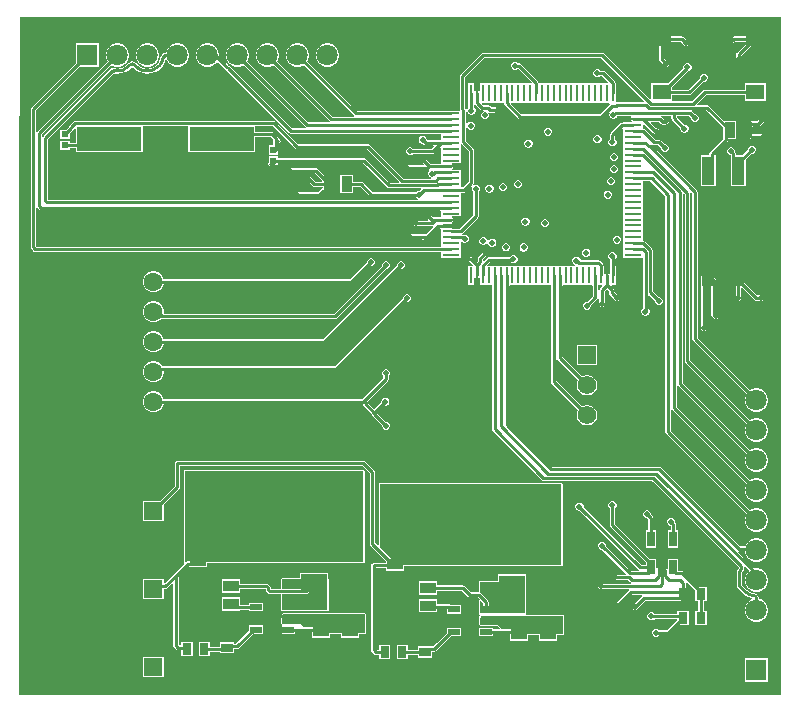
<source format=gtl>
G04*
G04 #@! TF.GenerationSoftware,Altium Limited,Altium Designer,24.6.1 (21)*
G04*
G04 Layer_Physical_Order=1*
G04 Layer_Color=255*
%FSLAX25Y25*%
%MOIN*%
G70*
G04*
G04 #@! TF.SameCoordinates,53350382-22CE-4EB4-8EAE-C997BD2E2089*
G04*
G04*
G04 #@! TF.FilePolarity,Positive*
G04*
G01*
G75*
%ADD14C,0.01000*%
%ADD16R,0.08661X0.06299*%
%ADD17R,0.03150X0.03937*%
%ADD18R,0.03937X0.03150*%
%ADD19R,0.05800X0.01100*%
%ADD20R,0.01100X0.05800*%
%ADD21R,0.02756X0.05118*%
%ADD22R,0.03850X0.02200*%
%ADD23R,0.06102X0.05118*%
%ADD24R,0.21654X0.07874*%
%ADD25R,0.02441X0.02362*%
%ADD26R,0.04449X0.09606*%
%ADD27R,0.03740X0.05315*%
%ADD28R,0.05315X0.03740*%
%ADD44C,0.01000*%
%ADD45C,0.06319*%
%ADD46R,0.06201X0.06201*%
%ADD47C,0.06201*%
%ADD48C,0.07087*%
%ADD49R,0.07087X0.07087*%
%ADD50R,0.07087X0.07087*%
%ADD51C,0.02000*%
G36*
X430796Y149704D02*
X176704D01*
Y309203D01*
X176997Y375796D01*
X430796Y375796D01*
Y149704D01*
D02*
G37*
%LPC*%
G36*
X397593Y369225D02*
X390850D01*
X390519Y369159D01*
X390238Y368971D01*
X390050Y368690D01*
X389984Y368358D01*
Y361650D01*
X390050Y361318D01*
X390238Y361037D01*
X391887Y359387D01*
X392168Y359199D01*
X392500Y359133D01*
X392832Y359199D01*
X393113Y359387D01*
X393301Y359668D01*
X393367Y360000D01*
X393301Y360332D01*
X393113Y360613D01*
X391717Y362009D01*
Y367492D01*
X397234D01*
X398338Y366387D01*
X398619Y366199D01*
X398951Y366133D01*
X399000D01*
X399332Y366199D01*
X399613Y366387D01*
X399801Y366668D01*
X399867Y367000D01*
X399801Y367332D01*
X399613Y367613D01*
X399465Y367711D01*
X398205Y368971D01*
X397924Y369159D01*
X397593Y369225D01*
D02*
G37*
G36*
X422150D02*
X414907D01*
X414576Y369159D01*
X414294Y368971D01*
X414035Y368711D01*
X413887Y368613D01*
X413699Y368332D01*
X413633Y368000D01*
X413699Y367668D01*
X413887Y367387D01*
X414168Y367199D01*
X414500Y367133D01*
X414549D01*
X414881Y367199D01*
X415162Y367387D01*
X415266Y367492D01*
X419108D01*
X419242Y367168D01*
X415922Y363848D01*
X415734Y363567D01*
X415668Y363235D01*
Y361674D01*
X415633Y361500D01*
X415699Y361168D01*
X415887Y360887D01*
X416168Y360699D01*
X416500Y360633D01*
X416832Y360699D01*
X417113Y360887D01*
X417147Y360922D01*
X417335Y361203D01*
X417401Y361535D01*
Y362877D01*
X422016Y367492D01*
X422150D01*
X422481Y367558D01*
X422762Y367745D01*
X422950Y368027D01*
X423016Y368358D01*
X422950Y368690D01*
X422762Y368971D01*
X422481Y369159D01*
X422150Y369225D01*
D02*
G37*
G36*
X280013Y366893D02*
X278987D01*
X277997Y366628D01*
X277110Y366115D01*
X276385Y365390D01*
X275872Y364503D01*
X275607Y363513D01*
Y362487D01*
X275872Y361497D01*
X276385Y360610D01*
X277110Y359885D01*
X277997Y359372D01*
X278987Y359107D01*
X280013D01*
X281003Y359372D01*
X281891Y359885D01*
X282615Y360610D01*
X283128Y361497D01*
X283393Y362487D01*
Y363513D01*
X283128Y364503D01*
X282615Y365390D01*
X281891Y366115D01*
X281003Y366628D01*
X280013Y366893D01*
D02*
G37*
G36*
X220013D02*
X218987D01*
X217997Y366628D01*
X217109Y366115D01*
X216385Y365390D01*
X215872Y364503D01*
X215607Y363513D01*
Y362487D01*
X215872Y361497D01*
X216385Y360610D01*
X217109Y359885D01*
X217997Y359372D01*
X218987Y359107D01*
X220013D01*
X221003Y359372D01*
X221890Y359885D01*
X222615Y360610D01*
X223128Y361497D01*
X223393Y362487D01*
Y363513D01*
X223128Y364503D01*
X222615Y365390D01*
X221890Y366115D01*
X221003Y366628D01*
X220013Y366893D01*
D02*
G37*
G36*
X270013D02*
X268987D01*
X267997Y366628D01*
X267109Y366115D01*
X266385Y365390D01*
X265872Y364503D01*
X265607Y363513D01*
Y362487D01*
X265872Y361497D01*
X266385Y360610D01*
X267109Y359885D01*
X267997Y359372D01*
X268987Y359107D01*
X270013D01*
X271003Y359372D01*
X271573Y359701D01*
X288265Y343009D01*
X288473Y342870D01*
X288403Y342520D01*
X281205D01*
X262799Y360927D01*
X263128Y361497D01*
X263393Y362487D01*
Y363513D01*
X263128Y364503D01*
X262615Y365390D01*
X261891Y366115D01*
X261003Y366628D01*
X260013Y366893D01*
X258987D01*
X257997Y366628D01*
X257109Y366115D01*
X256385Y365390D01*
X255872Y364503D01*
X255607Y363513D01*
Y362487D01*
X255872Y361497D01*
X256385Y360610D01*
X257109Y359885D01*
X257997Y359372D01*
X258987Y359107D01*
X260013D01*
X261003Y359372D01*
X261573Y359701D01*
X280234Y341041D01*
X280442Y340902D01*
X280371Y340552D01*
X273174D01*
X252799Y360927D01*
X253128Y361497D01*
X253393Y362487D01*
Y363513D01*
X253128Y364503D01*
X252615Y365390D01*
X251890Y366115D01*
X251003Y366628D01*
X250013Y366893D01*
X248987D01*
X247997Y366628D01*
X247110Y366115D01*
X246385Y365390D01*
X245872Y364503D01*
X245607Y363513D01*
Y362487D01*
X245872Y361497D01*
X246385Y360610D01*
X247110Y359885D01*
X247997Y359372D01*
X248987Y359107D01*
X250013D01*
X251003Y359372D01*
X251573Y359701D01*
X272202Y339072D01*
X272410Y338933D01*
X272340Y338583D01*
X267642D01*
X246975Y359251D01*
X246761Y359502D01*
X246761Y359502D01*
X246761Y359502D01*
X246332Y359832D01*
X246002Y360262D01*
X246002D01*
X245751Y360475D01*
X243393Y362832D01*
Y363513D01*
X243128Y364503D01*
X242615Y365390D01*
X241891Y366115D01*
X241003Y366628D01*
X240013Y366893D01*
X238987D01*
X237997Y366628D01*
X237109Y366115D01*
X236385Y365390D01*
X235872Y364503D01*
X235607Y363513D01*
Y362487D01*
X235872Y361497D01*
X236385Y360610D01*
X237109Y359885D01*
X237997Y359372D01*
X238987Y359107D01*
X240013D01*
X241003Y359372D01*
X241891Y359885D01*
X242615Y360610D01*
X242673Y360709D01*
X243020Y360754D01*
X244680Y359094D01*
X244712Y359073D01*
X245100Y358600D01*
X245573Y358212D01*
X245594Y358180D01*
X266671Y337104D01*
X266952Y336916D01*
X267284Y336850D01*
X317084D01*
X317350Y336648D01*
X317350Y336467D01*
Y335030D01*
X317350Y334848D01*
X317084Y334646D01*
X312579D01*
X312578Y334647D01*
Y335040D01*
X312373Y335537D01*
X311993Y335916D01*
X311497Y336122D01*
X310960D01*
X310464Y335916D01*
X310084Y335537D01*
X309878Y335040D01*
Y334503D01*
X310084Y334007D01*
X310464Y333627D01*
X310960Y333422D01*
X311353D01*
X311608Y333167D01*
X311889Y332979D01*
X312221Y332913D01*
X314748D01*
X314882Y332590D01*
X314159Y331867D01*
X308043D01*
X307765Y332144D01*
X307269Y332350D01*
X306732D01*
X306235Y332144D01*
X305855Y331765D01*
X305650Y331269D01*
Y330732D01*
X305855Y330235D01*
X306235Y329855D01*
X306732Y329650D01*
X307269D01*
X307765Y329855D01*
X308043Y330133D01*
X314518D01*
X314850Y330199D01*
X315131Y330387D01*
X317027Y332283D01*
X317350Y332149D01*
Y331093D01*
X317350Y330911D01*
X317350Y330561D01*
Y329124D01*
X317350Y328942D01*
X317350Y328592D01*
Y327122D01*
X317350Y326974D01*
X317084Y326772D01*
X316159D01*
X316117Y326801D01*
X315785Y326867D01*
X313859D01*
X312113Y328613D01*
X311832Y328801D01*
X311500Y328867D01*
X311168Y328801D01*
X310887Y328613D01*
X310699Y328332D01*
X310633Y328000D01*
X310699Y327668D01*
X310887Y327387D01*
X311584Y326690D01*
X311450Y326367D01*
X306000D01*
X305668Y326301D01*
X305387Y326113D01*
X305199Y325832D01*
X305133Y325500D01*
X305199Y325168D01*
X305387Y324887D01*
X305668Y324699D01*
X306000Y324633D01*
X312965D01*
X313296Y324699D01*
X313516Y324426D01*
X313355Y324265D01*
X313150Y323768D01*
Y323232D01*
X313355Y322735D01*
X313735Y322356D01*
X314071Y322217D01*
X314001Y321867D01*
X304859D01*
X293613Y333113D01*
X293332Y333301D01*
X293000Y333367D01*
X269703D01*
X262233Y340837D01*
X261951Y341025D01*
X261620Y341091D01*
X195439D01*
X195107Y341025D01*
X194826Y340837D01*
X193522Y339533D01*
X193334Y339252D01*
X193307Y339115D01*
X192345Y338153D01*
X190429D01*
Y335091D01*
X193570D01*
Y336928D01*
X194747Y338105D01*
X194935Y338386D01*
X194963Y338522D01*
X195299Y338859D01*
X195622Y338725D01*
Y333867D01*
X193570D01*
Y334531D01*
X190429D01*
Y331469D01*
X193570D01*
Y332133D01*
X195622D01*
Y330713D01*
X217976D01*
Y339287D01*
X218297Y339358D01*
X232703D01*
X233024Y339287D01*
X233024Y339008D01*
Y330713D01*
X255378D01*
Y335755D01*
X260519D01*
X261413Y334861D01*
Y332923D01*
X259859D01*
Y329861D01*
X263000D01*
Y330940D01*
X263080Y331060D01*
X263146Y331392D01*
Y333662D01*
X263332Y333699D01*
X263613Y333887D01*
X263801Y334168D01*
X263867Y334500D01*
X263801Y334832D01*
X263613Y335113D01*
X263332Y335301D01*
X263122Y335342D01*
X263080Y335552D01*
X262892Y335833D01*
X261491Y337235D01*
X261210Y337423D01*
X260878Y337489D01*
X255378D01*
X255378Y339287D01*
X255698Y339358D01*
X261261D01*
X268731Y331887D01*
X269013Y331699D01*
X269344Y331633D01*
X292641D01*
X303434Y320840D01*
X303300Y320517D01*
X300209D01*
X292343Y328383D01*
X292062Y328571D01*
X291730Y328637D01*
X263000D01*
Y329301D01*
X259859D01*
Y327455D01*
X259690Y327202D01*
X259624Y326870D01*
X259690Y326539D01*
X259859Y326286D01*
Y326239D01*
X259906D01*
X260159Y326070D01*
X260490Y326004D01*
X261189D01*
X261521Y326070D01*
X261774Y326239D01*
X263000D01*
Y326903D01*
X291371D01*
X299237Y319037D01*
X299518Y318849D01*
X299850Y318783D01*
X310563D01*
X310708Y318433D01*
X310124Y317850D01*
X309732D01*
X309235Y317645D01*
X308958Y317367D01*
X294489D01*
X291243Y320613D01*
X290962Y320801D01*
X290630Y320867D01*
X288173D01*
Y323007D01*
X283733D01*
Y316992D01*
X288173D01*
Y319133D01*
X290271D01*
X293517Y315887D01*
X293798Y315699D01*
X294130Y315633D01*
X308958D01*
X309235Y315355D01*
X309659Y315180D01*
X309589Y314830D01*
X186445D01*
X186367Y314908D01*
Y335141D01*
X207934Y356709D01*
X208205Y356899D01*
X208544Y356872D01*
X209500Y356778D01*
X210714Y356897D01*
X211881Y357251D01*
X212957Y357826D01*
X213900Y358600D01*
X214256Y359034D01*
X214433Y359103D01*
X214569Y359103D01*
X214744Y359034D01*
X215100Y358600D01*
X216043Y357826D01*
X217119Y357251D01*
X218286Y356897D01*
X219500Y356778D01*
X220714Y356897D01*
X221881Y357251D01*
X222957Y357826D01*
X223900Y358600D01*
X224674Y359543D01*
X225249Y360619D01*
X225512Y361487D01*
X225838Y361496D01*
X225878Y361487D01*
X226385Y360610D01*
X227110Y359885D01*
X227997Y359372D01*
X228987Y359107D01*
X230013D01*
X231003Y359372D01*
X231891Y359885D01*
X232615Y360610D01*
X233128Y361497D01*
X233393Y362487D01*
Y363513D01*
X233128Y364503D01*
X232615Y365390D01*
X231891Y366115D01*
X231003Y366628D01*
X230013Y366893D01*
X228987D01*
X227997Y366628D01*
X227110Y366115D01*
X226385Y365390D01*
X225872Y364503D01*
X225702Y363867D01*
X225349D01*
X225017Y363801D01*
X224736Y363613D01*
X224443Y363320D01*
X224429Y363334D01*
X224429Y363334D01*
X224429Y363334D01*
X224443Y363320D01*
X224203Y363080D01*
X224015Y362799D01*
X223966Y362552D01*
X223922Y362557D01*
X223828Y361840D01*
X223380Y360760D01*
X222668Y359832D01*
X221740Y359120D01*
X220660Y358672D01*
X219500Y358519D01*
X218340Y358672D01*
X217260Y359120D01*
X216332Y359832D01*
X215996Y360268D01*
X215996Y360268D01*
X215834Y360432D01*
X215834Y360432D01*
X215732Y360500D01*
X215222Y360841D01*
X214500Y360984D01*
X213778Y360841D01*
X213271Y360502D01*
X213166Y360432D01*
X213166Y360432D01*
X213005Y360270D01*
X213005Y360270D01*
X212668Y359832D01*
X211740Y359120D01*
X210660Y358672D01*
X209500Y358519D01*
X208550Y358644D01*
X208509Y358650D01*
X208382Y358661D01*
X208205Y358677D01*
X208205Y358677D01*
X208205Y358677D01*
X207855Y358658D01*
X207791D01*
X207459Y358592D01*
X207178Y358404D01*
X184887Y336113D01*
X184717Y335858D01*
X184691Y335855D01*
X184367Y336069D01*
Y336641D01*
X207427Y359701D01*
X207997Y359372D01*
X208987Y359107D01*
X210013D01*
X211003Y359372D01*
X211891Y359885D01*
X212615Y360610D01*
X213128Y361497D01*
X213393Y362487D01*
Y363513D01*
X213128Y364503D01*
X212615Y365390D01*
X211891Y366115D01*
X211003Y366628D01*
X210013Y366893D01*
X208987D01*
X207997Y366628D01*
X207109Y366115D01*
X206385Y365390D01*
X205872Y364503D01*
X205607Y363513D01*
Y362487D01*
X205872Y361497D01*
X206201Y360927D01*
X182887Y337613D01*
X182717Y337358D01*
X182691Y337355D01*
X182367Y337569D01*
Y344641D01*
X196832Y359107D01*
X203393D01*
Y366893D01*
X195607D01*
Y360332D01*
X180887Y345613D01*
X180699Y345332D01*
X180633Y345000D01*
Y298932D01*
X180699Y298601D01*
X180887Y298319D01*
X181473Y297734D01*
X181754Y297546D01*
X182086Y297480D01*
X317084D01*
X317350Y297278D01*
X317350Y297096D01*
Y295478D01*
X323850D01*
Y297096D01*
X323850Y297278D01*
X323850Y297628D01*
Y299065D01*
X323850Y299247D01*
X323850Y299597D01*
Y300746D01*
X324200Y300891D01*
X324449Y300641D01*
X324946Y300436D01*
X325483D01*
X325979Y300641D01*
X326359Y301021D01*
X326564Y301517D01*
Y302054D01*
X326359Y302551D01*
X325979Y302930D01*
X325483Y303136D01*
X324946D01*
X324895Y303115D01*
X324716Y303150D01*
X324312D01*
X324278Y303500D01*
X324284Y303501D01*
X324565Y303689D01*
X329631Y308755D01*
X329818Y309036D01*
X329884Y309368D01*
Y317440D01*
X330162Y317718D01*
X330368Y318214D01*
Y318751D01*
X330162Y319247D01*
X329783Y319627D01*
X329286Y319832D01*
X328749D01*
X328390Y319683D01*
X328169Y319970D01*
X328301Y320168D01*
X328367Y320500D01*
Y331421D01*
X328301Y331753D01*
X328113Y332034D01*
X325654Y334493D01*
Y339001D01*
X326004Y339071D01*
X326143Y338735D01*
X326523Y338355D01*
X327019Y338150D01*
X327556D01*
X328052Y338355D01*
X328432Y338735D01*
X328637Y339231D01*
Y339769D01*
X328432Y340265D01*
X328052Y340645D01*
X327556Y340850D01*
X327019D01*
X326523Y340645D01*
X326143Y340265D01*
X326004Y339929D01*
X325654Y339999D01*
Y344705D01*
X325588Y345037D01*
X325400Y345318D01*
X325367Y345352D01*
Y355641D01*
X331859Y362133D01*
X370702D01*
X385146Y347690D01*
X385012Y347367D01*
X375993D01*
X375872Y347343D01*
X375526Y347594D01*
X375522Y347603D01*
Y353650D01*
X375439D01*
Y353752D01*
X375373Y354084D01*
X375185Y354365D01*
X371972Y357578D01*
X371691Y357766D01*
X371359Y357832D01*
X370577D01*
X370265Y358144D01*
X369769Y358350D01*
X369232D01*
X368735Y358144D01*
X368355Y357765D01*
X368150Y357269D01*
Y356732D01*
X368355Y356235D01*
X368735Y355855D01*
X369232Y355650D01*
X369769D01*
X370265Y355855D01*
X370508Y356099D01*
X371000D01*
X373125Y353973D01*
X372991Y353650D01*
X371935D01*
X371754Y353650D01*
X371404Y353650D01*
X369967D01*
X369785Y353650D01*
X369435Y353650D01*
X367998D01*
X367816Y353650D01*
X367466Y353650D01*
X366030D01*
X365848Y353650D01*
X365498Y353650D01*
X364061D01*
X363879Y353650D01*
X363529Y353650D01*
X362092D01*
X361911Y353650D01*
X361561Y353650D01*
X360124D01*
X359943Y353650D01*
X359593Y353650D01*
X358155D01*
X357974Y353650D01*
X357624Y353650D01*
X356187D01*
X356006Y353650D01*
X355656Y353650D01*
X354219D01*
X354037Y353650D01*
X353687Y353650D01*
X352250D01*
X352068Y353650D01*
X351718Y353650D01*
X350157Y353650D01*
X350051Y353685D01*
X349830Y353843D01*
X349782Y354084D01*
X349594Y354365D01*
X343881Y360078D01*
X343600Y360266D01*
X343268Y360332D01*
X343077D01*
X342765Y360645D01*
X342268Y360850D01*
X341732D01*
X341235Y360645D01*
X340856Y360265D01*
X340650Y359769D01*
Y359231D01*
X340856Y358735D01*
X341235Y358355D01*
X341732Y358150D01*
X342268D01*
X342765Y358355D01*
X342959Y358549D01*
X347535Y353973D01*
X347401Y353650D01*
X346344D01*
X346163Y353650D01*
X345813Y353650D01*
X344376D01*
X344195Y353650D01*
X343845Y353650D01*
X342407D01*
X342226Y353650D01*
X341876Y353650D01*
X340258D01*
Y353650D01*
X340089D01*
Y353650D01*
X338471D01*
X338289Y353650D01*
X337939Y353650D01*
X336502D01*
X336320Y353650D01*
X335970Y353650D01*
X334534D01*
X334352Y353650D01*
X334002Y353650D01*
X332565D01*
X332383Y353650D01*
X332033Y353650D01*
X330415D01*
Y350986D01*
X330065Y350880D01*
X330009Y350963D01*
X329959Y351013D01*
X329678Y351201D01*
X329346Y351267D01*
X329015Y351201D01*
X328734Y351013D01*
X328628Y350855D01*
X328278Y350961D01*
Y353650D01*
X326478D01*
Y347150D01*
X326511D01*
Y345421D01*
X326356Y345265D01*
X326150Y344769D01*
Y344232D01*
X326356Y343735D01*
X326735Y343355D01*
X327232Y343150D01*
X327768D01*
X328265Y343355D01*
X328644Y343735D01*
X328850Y344232D01*
Y344769D01*
X328644Y345265D01*
X328265Y345644D01*
X328245Y345653D01*
Y346688D01*
X328595Y346722D01*
X328596Y346716D01*
X328784Y346435D01*
X330331Y344887D01*
X330613Y344699D01*
X330944Y344633D01*
X331501D01*
X331571Y344283D01*
X331235Y344145D01*
X330855Y343765D01*
X330650Y343268D01*
Y342731D01*
X330855Y342235D01*
X331235Y341856D01*
X331732Y341650D01*
X332269D01*
X332765Y341856D01*
X333144Y342235D01*
X333350Y342731D01*
Y343268D01*
X333173Y343697D01*
X333362Y343918D01*
X333415Y343955D01*
X333512Y343891D01*
X333844Y343825D01*
X335481D01*
X335668Y343699D01*
X336000Y343633D01*
X336332Y343699D01*
X336613Y343887D01*
X336801Y344168D01*
X336867Y344500D01*
X336801Y344832D01*
X336613Y345113D01*
X336421Y345304D01*
X336140Y345492D01*
X335809Y345558D01*
X334203D01*
X333648Y346113D01*
X333367Y346301D01*
X333035Y346367D01*
X331303D01*
X330843Y346827D01*
X330977Y347150D01*
X332033D01*
X332215Y347150D01*
X332565Y347150D01*
X334002D01*
X334184Y347150D01*
X334534Y347150D01*
X335970D01*
X336152Y347150D01*
X336502Y347150D01*
X338063Y347150D01*
X338170Y347115D01*
X338390Y346957D01*
X338438Y346716D01*
X338626Y346435D01*
X343174Y341887D01*
X343455Y341699D01*
X343787Y341633D01*
X370544D01*
X370875Y341699D01*
X371156Y341887D01*
X373282Y344012D01*
X373578Y343814D01*
X373440Y343479D01*
Y342942D01*
X373645Y342446D01*
X374025Y342066D01*
X374521Y341861D01*
X375058D01*
X375554Y342066D01*
X375934Y342446D01*
X376062Y342755D01*
X378150D01*
Y342722D01*
X380839D01*
X380945Y342372D01*
X380787Y342266D01*
X380599Y341985D01*
X380533Y341653D01*
X380599Y341322D01*
X380787Y341041D01*
X380945Y340935D01*
X380839Y340585D01*
X378150D01*
Y340502D01*
X377635D01*
X377303Y340436D01*
X377022Y340248D01*
X373887Y337113D01*
X373699Y336832D01*
X373633Y336500D01*
Y335043D01*
X373356Y334765D01*
X373150Y334268D01*
Y333732D01*
X373356Y333235D01*
X373735Y332856D01*
X374232Y332650D01*
X374768D01*
X375265Y332856D01*
X375644Y333235D01*
X375850Y333732D01*
Y334268D01*
X375644Y334765D01*
X375367Y335043D01*
Y336141D01*
X377800Y338574D01*
X378150Y338429D01*
Y336817D01*
X378150D01*
Y336648D01*
X378150D01*
Y335030D01*
X378150Y334848D01*
X378150Y334498D01*
Y333061D01*
X378150Y332879D01*
X378150Y332529D01*
Y331093D01*
X378150Y330911D01*
X378150D01*
Y330743D01*
X378150D01*
Y329124D01*
X378150Y328942D01*
X378150D01*
Y328774D01*
X378150D01*
Y327155D01*
X378150Y326974D01*
X378150Y326624D01*
Y325187D01*
X378150Y325006D01*
X378150Y324656D01*
Y323218D01*
X378150Y323037D01*
X378150Y322687D01*
Y321250D01*
X378150Y321069D01*
X378150Y320719D01*
Y319282D01*
X378150Y319100D01*
X378150Y318750D01*
Y317313D01*
X378150Y317131D01*
X378150Y316781D01*
Y315345D01*
X378150Y315163D01*
X378150Y314813D01*
Y313376D01*
X378150Y313194D01*
X378150Y312844D01*
Y311407D01*
X378150Y311226D01*
X378150Y310876D01*
Y309439D01*
X378150Y309258D01*
X378150Y308908D01*
Y307470D01*
X378150Y307289D01*
X378150Y306939D01*
Y305502D01*
X378150Y305321D01*
X378150Y304971D01*
Y303534D01*
X378150Y303352D01*
X378150Y303002D01*
Y301565D01*
X378150Y301383D01*
X378150Y301033D01*
Y299597D01*
X378150Y299415D01*
X378150D01*
Y299246D01*
X378150D01*
Y297628D01*
X378150Y297446D01*
X378150D01*
Y297278D01*
X378150D01*
Y295478D01*
X384650D01*
X384721Y295157D01*
Y278630D01*
X384355Y278265D01*
X384150Y277768D01*
Y277232D01*
X384355Y276735D01*
X384735Y276356D01*
X385231Y276150D01*
X385769D01*
X386265Y276356D01*
X386645Y276735D01*
X386850Y277232D01*
Y277768D01*
X386645Y278265D01*
X386454Y278455D01*
Y282863D01*
X386777Y282997D01*
X388650Y281124D01*
Y280732D01*
X388856Y280235D01*
X389235Y279855D01*
X389732Y279650D01*
X390268D01*
X390765Y279855D01*
X391144Y280235D01*
X391350Y280732D01*
Y281269D01*
X391144Y281765D01*
X390765Y282144D01*
X390268Y282350D01*
X389876D01*
X387867Y284359D01*
Y298017D01*
X387801Y298349D01*
X387613Y298630D01*
X385365Y300878D01*
X385084Y301066D01*
X384843Y301114D01*
X384685Y301334D01*
X384650Y301441D01*
X384650Y301565D01*
Y303002D01*
X384650Y303184D01*
X384650Y303534D01*
Y304971D01*
X384650Y305152D01*
X384650Y305502D01*
Y306939D01*
X384650Y307120D01*
X384650Y307470D01*
Y308908D01*
X384650Y309089D01*
X384650Y309439D01*
Y310876D01*
X384650Y311057D01*
X384650Y311407D01*
Y312844D01*
X384650Y313026D01*
X384650Y313376D01*
Y314813D01*
X384650Y314995D01*
X384650Y315345D01*
Y316781D01*
X384650Y316963D01*
X384650Y317313D01*
Y318750D01*
X384650Y318932D01*
X384650Y319282D01*
Y320719D01*
X384650Y320900D01*
X384916Y321102D01*
X387173D01*
X392133Y316141D01*
Y237500D01*
X392199Y237168D01*
X392387Y236887D01*
X419201Y210073D01*
X418872Y209503D01*
X418607Y208513D01*
Y207487D01*
X418872Y206497D01*
X419385Y205609D01*
X420110Y204885D01*
X420997Y204372D01*
X421987Y204107D01*
X423013D01*
X424003Y204372D01*
X424891Y204885D01*
X425615Y205609D01*
X426128Y206497D01*
X426393Y207487D01*
Y208513D01*
X426128Y209503D01*
X425615Y210390D01*
X424891Y211115D01*
X424003Y211628D01*
X423013Y211893D01*
X421987D01*
X420997Y211628D01*
X420427Y211299D01*
X393867Y237859D01*
Y244931D01*
X394191Y245145D01*
X394217Y245142D01*
X394387Y244887D01*
X419201Y220073D01*
X418872Y219503D01*
X418607Y218513D01*
Y217487D01*
X418872Y216497D01*
X419385Y215610D01*
X420110Y214885D01*
X420997Y214372D01*
X421987Y214107D01*
X423013D01*
X424003Y214372D01*
X424891Y214885D01*
X425615Y215610D01*
X426128Y216497D01*
X426393Y217487D01*
Y218513D01*
X426128Y219503D01*
X425615Y220391D01*
X424891Y221115D01*
X424003Y221628D01*
X423013Y221893D01*
X421987D01*
X420997Y221628D01*
X420427Y221299D01*
X395867Y245859D01*
Y252931D01*
X396191Y253145D01*
X396217Y253142D01*
X396387Y252887D01*
X419201Y230073D01*
X418872Y229503D01*
X418607Y228513D01*
Y227487D01*
X418872Y226497D01*
X419385Y225609D01*
X420110Y224885D01*
X420997Y224372D01*
X421987Y224107D01*
X423013D01*
X424003Y224372D01*
X424891Y224885D01*
X425615Y225609D01*
X426128Y226497D01*
X426393Y227487D01*
Y228513D01*
X426128Y229503D01*
X425615Y230391D01*
X424891Y231115D01*
X424003Y231628D01*
X423013Y231893D01*
X421987D01*
X420997Y231628D01*
X420427Y231299D01*
X397867Y253859D01*
Y316964D01*
X398190Y317097D01*
X398633Y316654D01*
Y261000D01*
X398699Y260668D01*
X398887Y260387D01*
X419201Y240073D01*
X418872Y239503D01*
X418607Y238513D01*
Y237487D01*
X418872Y236497D01*
X419385Y235610D01*
X420110Y234885D01*
X420997Y234372D01*
X421987Y234107D01*
X423013D01*
X424003Y234372D01*
X424891Y234885D01*
X425615Y235610D01*
X426128Y236497D01*
X426393Y237487D01*
Y238513D01*
X426128Y239503D01*
X425615Y240390D01*
X424891Y241115D01*
X424003Y241628D01*
X423013Y241893D01*
X421987D01*
X420997Y241628D01*
X420427Y241299D01*
X400367Y261359D01*
Y317013D01*
X400301Y317345D01*
X400113Y317626D01*
X386647Y331092D01*
X386770Y331464D01*
X386805Y331469D01*
X401133Y317141D01*
Y268500D01*
X401199Y268168D01*
X401387Y267887D01*
X419201Y250073D01*
X418872Y249503D01*
X418607Y248513D01*
Y247487D01*
X418872Y246497D01*
X419385Y245609D01*
X420110Y244885D01*
X420997Y244372D01*
X421987Y244107D01*
X423013D01*
X424003Y244372D01*
X424891Y244885D01*
X425615Y245609D01*
X426128Y246497D01*
X426393Y247487D01*
Y248513D01*
X426128Y249503D01*
X425615Y250391D01*
X424891Y251115D01*
X424003Y251628D01*
X423013Y251893D01*
X421987D01*
X420997Y251628D01*
X420427Y251299D01*
X402867Y268859D01*
Y317500D01*
X402801Y317832D01*
X402613Y318113D01*
X387756Y332969D01*
X387980Y333241D01*
X388178Y333109D01*
X388509Y333043D01*
X389732D01*
X390650Y332124D01*
Y331732D01*
X390856Y331235D01*
X391235Y330855D01*
X391732Y330650D01*
X392268D01*
X392765Y330855D01*
X393144Y331235D01*
X393350Y331732D01*
Y332269D01*
X393144Y332765D01*
X392765Y333144D01*
X392268Y333350D01*
X391876D01*
X390703Y334522D01*
X390422Y334710D01*
X390090Y334776D01*
X388868D01*
X385365Y338279D01*
X385084Y338467D01*
X384843Y338515D01*
X384685Y338736D01*
X384650Y338843D01*
X384650Y338967D01*
Y340023D01*
X384973Y340157D01*
X388052Y337078D01*
X388333Y336891D01*
X388664Y336825D01*
X388981D01*
X389168Y336699D01*
X389500Y336633D01*
X389832Y336699D01*
X390113Y336887D01*
X390301Y337168D01*
X390367Y337500D01*
X390301Y337832D01*
X390113Y338113D01*
X389921Y338304D01*
X389640Y338492D01*
X389309Y338558D01*
X389023D01*
X387118Y340463D01*
X387252Y340787D01*
X389987D01*
X390659Y340115D01*
X390940Y339928D01*
X391272Y339862D01*
X392179D01*
X392511Y339928D01*
X392792Y340115D01*
X392965Y340288D01*
X393113Y340387D01*
X393301Y340668D01*
X393367Y341000D01*
X393301Y341332D01*
X393113Y341613D01*
X392832Y341801D01*
X392500Y341867D01*
X392451D01*
X392119Y341801D01*
X391838Y341613D01*
X391517Y341708D01*
X390959Y342266D01*
X390751Y342405D01*
X390822Y342755D01*
X394133D01*
Y342000D01*
X394199Y341668D01*
X394387Y341387D01*
X397150Y338624D01*
Y338231D01*
X397356Y337735D01*
X397735Y337355D01*
X398232Y337150D01*
X398768D01*
X399265Y337355D01*
X399644Y337735D01*
X399850Y338231D01*
Y338769D01*
X399644Y339265D01*
X399265Y339645D01*
X398768Y339850D01*
X398376D01*
X395867Y342359D01*
Y342755D01*
X400019D01*
X400650Y342124D01*
Y341732D01*
X400855Y341235D01*
X401235Y340856D01*
X401731Y340650D01*
X402269D01*
X402765Y340856D01*
X403145Y341235D01*
X403350Y341732D01*
Y342268D01*
X403145Y342765D01*
X402765Y343144D01*
X402269Y343350D01*
X401876D01*
X400997Y344229D01*
X400998Y344255D01*
X401106Y344579D01*
X405790D01*
X411374Y338995D01*
Y336714D01*
X411358Y336630D01*
Y335083D01*
X407034Y330759D01*
X406846Y330478D01*
X406780Y330147D01*
Y329582D01*
X403926D01*
Y319276D01*
X409074D01*
Y329582D01*
X408803D01*
X408658Y329932D01*
X412837Y334112D01*
X413025Y334393D01*
X413091Y334724D01*
Y334993D01*
X415815D01*
Y341007D01*
X411813D01*
X406762Y346058D01*
X406481Y346246D01*
X406149Y346312D01*
X402708D01*
X402575Y346635D01*
X405714Y349775D01*
X418748D01*
Y347733D01*
X425551D01*
Y353551D01*
X418748D01*
Y351508D01*
X405355D01*
X405024Y351442D01*
X404743Y351255D01*
X401150Y347662D01*
X394572D01*
X394252Y347733D01*
Y349775D01*
X400142D01*
X400473Y349841D01*
X400754Y350029D01*
X404876Y354150D01*
X405268D01*
X405765Y354356D01*
X406145Y354735D01*
X406350Y355231D01*
Y355768D01*
X406145Y356265D01*
X405765Y356645D01*
X405268Y356850D01*
X404732D01*
X404235Y356645D01*
X403856Y356265D01*
X403650Y355768D01*
Y355376D01*
X399783Y351508D01*
X394252D01*
Y352325D01*
X399576Y357650D01*
X399768D01*
X400265Y357856D01*
X400644Y358235D01*
X400850Y358732D01*
Y359268D01*
X400644Y359765D01*
X400265Y360144D01*
X399768Y360350D01*
X399232D01*
X398735Y360144D01*
X398356Y359765D01*
X398150Y359268D01*
Y358732D01*
X398167Y358691D01*
X393026Y353551D01*
X387449D01*
Y348295D01*
X387126Y348161D01*
X371674Y363613D01*
X371393Y363801D01*
X371061Y363867D01*
X331500D01*
X331168Y363801D01*
X330887Y363613D01*
X323887Y356613D01*
X323699Y356332D01*
X323633Y356000D01*
Y344993D01*
X323657Y344872D01*
X323403Y344522D01*
X317350D01*
Y344489D01*
X289237D01*
X272799Y360927D01*
X273128Y361497D01*
X273393Y362487D01*
Y363513D01*
X273128Y364503D01*
X272615Y365390D01*
X271890Y366115D01*
X271003Y366628D01*
X270013Y366893D01*
D02*
G37*
G36*
X353269Y338850D02*
X352731D01*
X352235Y338645D01*
X351855Y338265D01*
X351650Y337769D01*
Y337231D01*
X351855Y336735D01*
X352235Y336355D01*
X352731Y336150D01*
X353269D01*
X353765Y336355D01*
X354145Y336735D01*
X354350Y337231D01*
Y337769D01*
X354145Y338265D01*
X353765Y338645D01*
X353269Y338850D01*
D02*
G37*
G36*
X424500Y342367D02*
X424451D01*
X424119Y342301D01*
X423838Y342113D01*
X422750Y341024D01*
X420870D01*
X420538Y340958D01*
X420257Y340770D01*
X418887Y339400D01*
X418699Y339119D01*
X418633Y338787D01*
Y337213D01*
X418699Y336881D01*
X418887Y336600D01*
X420257Y335230D01*
X420538Y335042D01*
X420870Y334976D01*
X423749D01*
X423838Y334887D01*
X424119Y334699D01*
X424451Y334633D01*
X424500D01*
X424832Y334699D01*
X425113Y334887D01*
X425301Y335168D01*
X425367Y335500D01*
X425301Y335832D01*
X425113Y336113D01*
X424965Y336211D01*
X424721Y336455D01*
X424440Y336643D01*
X424109Y336709D01*
X421229D01*
X420367Y337572D01*
Y338428D01*
X421229Y339291D01*
X423108D01*
X423440Y339357D01*
X423721Y339545D01*
X424965Y340789D01*
X425113Y340887D01*
X425301Y341168D01*
X425367Y341500D01*
X425301Y341832D01*
X425113Y342113D01*
X424832Y342301D01*
X424500Y342367D01*
D02*
G37*
G36*
X369769Y336350D02*
X369232D01*
X368735Y336144D01*
X368355Y335765D01*
X368150Y335268D01*
Y334732D01*
X368355Y334235D01*
X368735Y333856D01*
X369232Y333650D01*
X369769D01*
X370265Y333856D01*
X370644Y334235D01*
X370850Y334732D01*
Y335268D01*
X370644Y335765D01*
X370265Y336144D01*
X369769Y336350D01*
D02*
G37*
G36*
X346768Y334850D02*
X346232D01*
X345735Y334645D01*
X345356Y334265D01*
X345150Y333769D01*
Y333231D01*
X345356Y332735D01*
X345735Y332355D01*
X346232Y332150D01*
X346768D01*
X347265Y332355D01*
X347644Y332735D01*
X347850Y333231D01*
Y333769D01*
X347644Y334265D01*
X347265Y334645D01*
X346768Y334850D01*
D02*
G37*
G36*
X421269Y332850D02*
X420731D01*
X420235Y332645D01*
X419855Y332265D01*
X419650Y331768D01*
Y331383D01*
X417849Y329582D01*
X415642D01*
Y330175D01*
X415576Y330507D01*
X415388Y330788D01*
X415350Y330827D01*
Y331269D01*
X415144Y331765D01*
X414765Y332144D01*
X414268Y332350D01*
X413731D01*
X413235Y332144D01*
X412855Y331765D01*
X412650Y331269D01*
Y330732D01*
X412855Y330235D01*
X413235Y329855D01*
X413731Y329650D01*
X413909D01*
Y326153D01*
X413926Y326070D01*
Y319276D01*
X419074D01*
Y328357D01*
X420868Y330150D01*
X421269D01*
X421765Y330356D01*
X422145Y330735D01*
X422350Y331231D01*
Y331768D01*
X422145Y332265D01*
X421765Y332645D01*
X421269Y332850D01*
D02*
G37*
G36*
X375269Y330350D02*
X374731D01*
X374235Y330145D01*
X373855Y329765D01*
X373650Y329269D01*
Y328731D01*
X373855Y328235D01*
X374235Y327855D01*
X374731Y327650D01*
X375269D01*
X375765Y327855D01*
X376145Y328235D01*
X376350Y328731D01*
Y329269D01*
X376145Y329765D01*
X375765Y330145D01*
X375269Y330350D01*
D02*
G37*
G36*
Y326350D02*
X374731D01*
X374235Y326145D01*
X373855Y325765D01*
X373650Y325269D01*
Y324731D01*
X373855Y324235D01*
X374235Y323855D01*
X374731Y323650D01*
X375269D01*
X375765Y323855D01*
X376145Y324235D01*
X376350Y324731D01*
Y325269D01*
X376145Y325765D01*
X375765Y326145D01*
X375269Y326350D01*
D02*
G37*
G36*
X275547Y325367D02*
X267000D01*
X266668Y325301D01*
X266387Y325113D01*
X266199Y324832D01*
X266133Y324500D01*
X266199Y324168D01*
X266387Y323887D01*
X266668Y323699D01*
X267000Y323633D01*
X275188D01*
X277632Y321190D01*
X277498Y320867D01*
X275521D01*
X274275Y322113D01*
X273994Y322301D01*
X273662Y322367D01*
X273500D01*
X273168Y322301D01*
X272887Y322113D01*
X272699Y321832D01*
X272633Y321500D01*
X272699Y321168D01*
X272887Y320887D01*
X273168Y320699D01*
X273255Y320682D01*
X274550Y319387D01*
X274831Y319199D01*
X275162Y319133D01*
X277944D01*
X278132Y318783D01*
X278082Y318709D01*
X277890D01*
X277558Y318643D01*
X277277Y318455D01*
X276188Y317367D01*
X269500D01*
X269168Y317301D01*
X268887Y317113D01*
X268699Y316832D01*
X268633Y316500D01*
X268699Y316168D01*
X268887Y315887D01*
X269168Y315699D01*
X269500Y315633D01*
X276547D01*
X276879Y315699D01*
X277160Y315887D01*
X278249Y316976D01*
X278677D01*
X279009Y317042D01*
X279290Y317230D01*
X280660Y318600D01*
X280848Y318881D01*
X280914Y319213D01*
Y320000D01*
X280848Y320332D01*
X280660Y320613D01*
X276160Y325113D01*
X275879Y325301D01*
X275547Y325367D01*
D02*
G37*
G36*
X374269Y322350D02*
X373731D01*
X373235Y322145D01*
X372855Y321765D01*
X372650Y321269D01*
Y320731D01*
X372855Y320235D01*
X373235Y319855D01*
X373731Y319650D01*
X374269D01*
X374765Y319855D01*
X375145Y320235D01*
X375350Y320731D01*
Y321269D01*
X375145Y321765D01*
X374765Y322145D01*
X374269Y322350D01*
D02*
G37*
G36*
X343268Y321350D02*
X342731D01*
X342235Y321145D01*
X341856Y320765D01*
X341650Y320269D01*
Y319731D01*
X341856Y319235D01*
X342235Y318856D01*
X342731Y318650D01*
X343268D01*
X343765Y318856D01*
X344145Y319235D01*
X344350Y319731D01*
Y320269D01*
X344145Y320765D01*
X343765Y321145D01*
X343268Y321350D01*
D02*
G37*
G36*
X338268Y320350D02*
X337732D01*
X337235Y320145D01*
X336856Y319765D01*
X336650Y319268D01*
Y318731D01*
X336856Y318235D01*
X337235Y317856D01*
X337732Y317650D01*
X338268D01*
X338765Y317856D01*
X339144Y318235D01*
X339350Y318731D01*
Y319268D01*
X339144Y319765D01*
X338765Y320145D01*
X338268Y320350D01*
D02*
G37*
G36*
X333769Y319850D02*
X333231D01*
X332735Y319644D01*
X332355Y319265D01*
X332150Y318769D01*
Y318232D01*
X332355Y317735D01*
X332735Y317355D01*
X333231Y317150D01*
X333769D01*
X334265Y317355D01*
X334645Y317735D01*
X334850Y318232D01*
Y318769D01*
X334645Y319265D01*
X334265Y319644D01*
X333769Y319850D01*
D02*
G37*
G36*
X373221Y317850D02*
X372684D01*
X372188Y317645D01*
X371808Y317265D01*
X371603Y316769D01*
Y316231D01*
X371808Y315735D01*
X372188Y315355D01*
X372684Y315150D01*
X373221D01*
X373717Y315355D01*
X374097Y315735D01*
X374303Y316231D01*
Y316769D01*
X374097Y317265D01*
X373717Y317645D01*
X373221Y317850D01*
D02*
G37*
G36*
X345768Y308850D02*
X345232D01*
X344735Y308645D01*
X344356Y308265D01*
X344150Y307769D01*
Y307231D01*
X344356Y306735D01*
X344735Y306356D01*
X345232Y306150D01*
X345768D01*
X346265Y306356D01*
X346644Y306735D01*
X346850Y307231D01*
Y307769D01*
X346644Y308265D01*
X346265Y308645D01*
X345768Y308850D01*
D02*
G37*
G36*
X352269Y308350D02*
X351731D01*
X351235Y308144D01*
X350855Y307765D01*
X350650Y307269D01*
Y306732D01*
X350855Y306235D01*
X351235Y305855D01*
X351731Y305650D01*
X352269D01*
X352765Y305855D01*
X353145Y306235D01*
X353350Y306732D01*
Y307269D01*
X353145Y307765D01*
X352765Y308144D01*
X352269Y308350D01*
D02*
G37*
G36*
X376269Y302850D02*
X375731D01*
X375235Y302644D01*
X374855Y302265D01*
X374650Y301768D01*
Y301232D01*
X374855Y300735D01*
X375235Y300356D01*
X375731Y300150D01*
X376269D01*
X376765Y300356D01*
X377145Y300735D01*
X377350Y301232D01*
Y301768D01*
X377145Y302265D01*
X376765Y302644D01*
X376269Y302850D01*
D02*
G37*
G36*
X331768Y302383D02*
X331231D01*
X330735Y302178D01*
X330356Y301798D01*
X330150Y301302D01*
Y300765D01*
X330356Y300269D01*
X330735Y299889D01*
X331231Y299683D01*
X331768D01*
X332265Y299889D01*
X332645Y300269D01*
X332741Y300502D01*
X333091Y300432D01*
Y300193D01*
X333296Y299697D01*
X333676Y299317D01*
X334173Y299111D01*
X334710D01*
X335206Y299317D01*
X335585Y299697D01*
X335791Y300193D01*
Y300730D01*
X335585Y301226D01*
X335206Y301606D01*
X334710Y301811D01*
X334173D01*
X333676Y301606D01*
X333296Y301226D01*
X333200Y300993D01*
X332850Y301063D01*
Y301302D01*
X332645Y301798D01*
X332265Y302178D01*
X331768Y302383D01*
D02*
G37*
G36*
X339268Y300303D02*
X338732D01*
X338235Y300097D01*
X337856Y299717D01*
X337650Y299221D01*
Y298684D01*
X337856Y298188D01*
X338235Y297808D01*
X338732Y297603D01*
X339268D01*
X339765Y297808D01*
X340144Y298188D01*
X340350Y298684D01*
Y299221D01*
X340144Y299717D01*
X339765Y300097D01*
X339268Y300303D01*
D02*
G37*
G36*
X345170Y300244D02*
X344633D01*
X344137Y300039D01*
X343757Y299659D01*
X343552Y299163D01*
Y298626D01*
X343757Y298130D01*
X344137Y297750D01*
X344633Y297545D01*
X345170D01*
X345666Y297750D01*
X346046Y298130D01*
X346252Y298626D01*
Y299163D01*
X346046Y299659D01*
X345666Y300039D01*
X345170Y300244D01*
D02*
G37*
G36*
X366051Y298488D02*
X365514D01*
X365018Y298283D01*
X364638Y297903D01*
X364432Y297407D01*
Y296870D01*
X364638Y296374D01*
X365018Y295994D01*
X365514Y295788D01*
X366051D01*
X366547Y295994D01*
X366927Y296374D01*
X367132Y296870D01*
Y297407D01*
X366927Y297903D01*
X366547Y298283D01*
X366051Y298488D01*
D02*
G37*
G36*
X332282Y297998D02*
X331950Y297932D01*
X331669Y297744D01*
X329858Y295933D01*
X329670Y295652D01*
X329604Y295320D01*
Y294436D01*
X329322Y294153D01*
X327957Y295517D01*
X327676Y295705D01*
X327344Y295771D01*
X326876D01*
X326832Y295801D01*
X326500Y295867D01*
X326168Y295801D01*
X325887Y295613D01*
X325699Y295332D01*
X325633Y295000D01*
X325699Y294668D01*
X325887Y294387D01*
X325983Y294291D01*
X326264Y294104D01*
X326596Y294038D01*
X326985D01*
X327850Y293173D01*
X327716Y292850D01*
X326478D01*
Y286350D01*
X328278D01*
Y289039D01*
X328628Y289145D01*
X328734Y288987D01*
X329015Y288799D01*
X329346Y288733D01*
X329678Y288799D01*
X329959Y288987D01*
X330065Y289145D01*
X330415Y289039D01*
Y286350D01*
X332033D01*
X332215Y286350D01*
Y286350D01*
X332383D01*
Y286350D01*
X334002D01*
X334184Y286350D01*
X334385Y286084D01*
Y238248D01*
X334451Y237916D01*
X334639Y237635D01*
X350887Y221387D01*
X351168Y221199D01*
X351500Y221133D01*
X387641D01*
X416541Y192233D01*
Y192123D01*
X416228Y191809D01*
X416040Y191528D01*
X415974Y191197D01*
Y188765D01*
Y186104D01*
X416040Y185772D01*
X416228Y185491D01*
X418109Y183609D01*
X418109Y183609D01*
X418100Y183600D01*
X419043Y182826D01*
X420119Y182251D01*
X420987Y181988D01*
X420996Y181662D01*
X420987Y181622D01*
X420110Y181115D01*
X419385Y180391D01*
X418872Y179503D01*
X418607Y178513D01*
Y177487D01*
X418872Y176497D01*
X419385Y175609D01*
X420110Y174885D01*
X420997Y174372D01*
X421987Y174107D01*
X423013D01*
X424003Y174372D01*
X424891Y174885D01*
X425615Y175609D01*
X426128Y176497D01*
X426393Y177487D01*
Y178513D01*
X426128Y179503D01*
X425615Y180391D01*
X424891Y181115D01*
X424003Y181628D01*
X423367Y181798D01*
Y182151D01*
X423301Y182483D01*
X423113Y182764D01*
X422820Y183057D01*
X422821Y183058D01*
X422834Y183071D01*
X422834Y183071D01*
X422834Y183071D01*
X422821Y183058D01*
X422580Y183297D01*
X422298Y183485D01*
X422052Y183534D01*
X422056Y183578D01*
X421340Y183672D01*
X420260Y184119D01*
X419599Y184627D01*
X419335Y184835D01*
X419088Y185083D01*
X417707Y186463D01*
Y190838D01*
X418020Y191151D01*
X418208Y191432D01*
X418274Y191764D01*
Y192505D01*
X418487Y192633D01*
X418617Y192657D01*
X420069Y191206D01*
X420090Y191096D01*
X419385Y190391D01*
X418872Y189503D01*
X418607Y188513D01*
Y187487D01*
X418872Y186497D01*
X419385Y185609D01*
X420110Y184885D01*
X420997Y184372D01*
X421987Y184107D01*
X423013D01*
X424003Y184372D01*
X424891Y184885D01*
X425615Y185609D01*
X426128Y186497D01*
X426393Y187487D01*
Y188513D01*
X426128Y189503D01*
X425615Y190391D01*
X424891Y191115D01*
X424003Y191628D01*
X423013Y191893D01*
X421987D01*
X421735Y191898D01*
X421547Y192179D01*
X416477Y197248D01*
X416502Y197379D01*
X416630Y197591D01*
X418607D01*
Y197487D01*
X418872Y196497D01*
X419385Y195609D01*
X420110Y194885D01*
X420997Y194372D01*
X421987Y194107D01*
X423013D01*
X424003Y194372D01*
X424891Y194885D01*
X425615Y195609D01*
X426128Y196497D01*
X426393Y197487D01*
Y198513D01*
X426128Y199503D01*
X425615Y200391D01*
X424891Y201115D01*
X424003Y201628D01*
X423013Y201893D01*
X421987D01*
X420997Y201628D01*
X420110Y201115D01*
X419385Y200391D01*
X418872Y199503D01*
X418824Y199324D01*
X416901D01*
X390613Y225613D01*
X390332Y225801D01*
X390000Y225867D01*
X354359D01*
X340056Y240170D01*
Y286084D01*
X340258Y286350D01*
X340439Y286350D01*
X341876D01*
X342057Y286350D01*
X342407Y286350D01*
X343845D01*
X344026Y286350D01*
X344376Y286350D01*
X345813D01*
X345994Y286350D01*
X346344Y286350D01*
X347781D01*
X347963Y286350D01*
X348313Y286350D01*
X349750D01*
X349932Y286350D01*
X350282Y286350D01*
X351718D01*
X351900Y286350D01*
X352250Y286350D01*
X353687D01*
X353869Y286350D01*
X354070Y286084D01*
Y254063D01*
X354136Y253731D01*
X354324Y253450D01*
X363025Y244749D01*
X362785Y244332D01*
X362550Y243454D01*
Y242546D01*
X362785Y241668D01*
X363239Y240881D01*
X363881Y240239D01*
X364668Y239785D01*
X365546Y239550D01*
X366454D01*
X367332Y239785D01*
X368119Y240239D01*
X368761Y240881D01*
X369215Y241668D01*
X369450Y242546D01*
Y243454D01*
X369215Y244332D01*
X368761Y245119D01*
X368119Y245761D01*
X367332Y246215D01*
X366454Y246450D01*
X365546D01*
X364668Y246215D01*
X364251Y245974D01*
X355804Y254422D01*
Y261619D01*
X356154Y261690D01*
X356293Y261482D01*
X363025Y254749D01*
X362785Y254332D01*
X362550Y253454D01*
Y252546D01*
X362785Y251668D01*
X363239Y250881D01*
X363881Y250239D01*
X364668Y249785D01*
X365546Y249550D01*
X366454D01*
X367332Y249785D01*
X368119Y250239D01*
X368761Y250881D01*
X369215Y251668D01*
X369450Y252546D01*
Y253454D01*
X369215Y254332D01*
X368761Y255119D01*
X368119Y255761D01*
X367332Y256215D01*
X366454Y256450D01*
X365546D01*
X364668Y256215D01*
X364251Y255975D01*
X357772Y262454D01*
Y286084D01*
X357974Y286350D01*
X358155Y286350D01*
X359593D01*
X359774Y286350D01*
X360124Y286350D01*
X361561D01*
X361742Y286350D01*
X362092Y286350D01*
X363529D01*
X363711Y286350D01*
X364061Y286350D01*
X365498D01*
X365680Y286350D01*
X366030Y286350D01*
X367466D01*
X367648Y286350D01*
X367850Y286084D01*
Y282575D01*
X366124Y280850D01*
X365732D01*
X365235Y280644D01*
X364856Y280265D01*
X364650Y279768D01*
Y279232D01*
X364856Y278735D01*
X365235Y278356D01*
X365732Y278150D01*
X366268D01*
X366765Y278356D01*
X367144Y278735D01*
X367350Y279232D01*
Y279624D01*
X369329Y281604D01*
X369517Y281885D01*
X369583Y282217D01*
Y286084D01*
X369785Y286350D01*
X371023D01*
X371157Y286027D01*
X370387Y285257D01*
X370199Y284976D01*
X370133Y284644D01*
Y280000D01*
X370199Y279668D01*
X370387Y279387D01*
X370668Y279199D01*
X371000Y279133D01*
X371332Y279199D01*
X371613Y279387D01*
X371801Y279668D01*
X371867Y280000D01*
Y284285D01*
X372628Y285047D01*
X373443Y284233D01*
Y283691D01*
X373509Y283359D01*
X373697Y283078D01*
X375387Y281387D01*
X375668Y281199D01*
X376000Y281133D01*
X376332Y281199D01*
X376613Y281387D01*
X376801Y281668D01*
X376867Y282000D01*
X376801Y282332D01*
X376613Y282613D01*
X375176Y284050D01*
Y284592D01*
X375110Y284924D01*
X374922Y285205D01*
X374100Y286027D01*
X374234Y286350D01*
X375522D01*
Y292850D01*
X375439D01*
Y295029D01*
X375644Y295235D01*
X375850Y295731D01*
Y296269D01*
X375644Y296765D01*
X375265Y297145D01*
X374768Y297350D01*
X374232D01*
X373735Y297145D01*
X373356Y296765D01*
X373150Y296269D01*
Y295731D01*
X373356Y295235D01*
X373705Y294885D01*
Y290186D01*
X373355Y290080D01*
X373266Y290213D01*
X372985Y290401D01*
X372654Y290467D01*
X372322Y290401D01*
X372041Y290213D01*
X371935Y290055D01*
X371585Y290161D01*
Y292850D01*
X371502D01*
Y292952D01*
X371436Y293284D01*
X371248Y293565D01*
X370413Y294400D01*
X370131Y294588D01*
X369800Y294654D01*
X369402D01*
X369402Y294654D01*
X363850D01*
Y294769D01*
X363645Y295265D01*
X363265Y295644D01*
X362769Y295850D01*
X362231D01*
X361735Y295644D01*
X361355Y295265D01*
X361150Y294769D01*
Y294232D01*
X361355Y293735D01*
X361735Y293355D01*
X362111Y293200D01*
X362041Y292850D01*
X361911D01*
X361561Y292850D01*
X360124D01*
X359943Y292850D01*
X359593Y292850D01*
X358155D01*
X357974Y292850D01*
X357624Y292850D01*
X356187D01*
X356006Y292850D01*
X355656Y292850D01*
X354219D01*
X354037Y292850D01*
X353687Y292850D01*
X352250D01*
X352068Y292850D01*
X351718Y292850D01*
X350282D01*
X350100Y292850D01*
X349750Y292850D01*
X348313D01*
X348131Y292850D01*
X347781Y292850D01*
X346344D01*
X346163Y292850D01*
X345813Y292850D01*
X344376D01*
X344195Y292850D01*
X343845Y292850D01*
X342407D01*
X342226Y292850D01*
X341876Y292850D01*
X340439D01*
X340258Y292850D01*
X339908Y292850D01*
X338289D01*
Y292850D01*
X338120D01*
Y292850D01*
X336320D01*
Y292850D01*
X336152D01*
Y292850D01*
X334534D01*
X334352Y292850D01*
X334002Y292850D01*
X332946D01*
X332812Y293173D01*
X333580Y293942D01*
X340649D01*
X340735Y293856D01*
X341231Y293650D01*
X341769D01*
X342265Y293856D01*
X342645Y294235D01*
X342850Y294731D01*
Y295269D01*
X342645Y295765D01*
X342265Y296145D01*
X341769Y296350D01*
X341231D01*
X340735Y296145D01*
X340355Y295765D01*
X340318Y295675D01*
X333222D01*
X332890Y295609D01*
X332609Y295422D01*
X331661Y294474D01*
X331338Y294608D01*
Y294961D01*
X332895Y296519D01*
X333083Y296800D01*
X333149Y297131D01*
X333083Y297463D01*
X332895Y297744D01*
X332614Y297932D01*
X332282Y297998D01*
D02*
G37*
G36*
X294268Y295350D02*
X293731D01*
X293235Y295145D01*
X292856Y294765D01*
X292650Y294268D01*
Y293876D01*
X287141Y288367D01*
X224901D01*
X224770Y288855D01*
X224308Y289655D01*
X223655Y290308D01*
X222855Y290770D01*
X221962Y291009D01*
X221038D01*
X220145Y290770D01*
X219345Y290308D01*
X218692Y289655D01*
X218230Y288855D01*
X217990Y287962D01*
Y287038D01*
X218230Y286145D01*
X218692Y285345D01*
X219345Y284692D01*
X220145Y284230D01*
X221038Y283991D01*
X221962D01*
X222855Y284230D01*
X223655Y284692D01*
X224308Y285345D01*
X224770Y286145D01*
X224901Y286633D01*
X287500D01*
X287832Y286699D01*
X288113Y286887D01*
X293876Y292650D01*
X294268D01*
X294765Y292856D01*
X295145Y293235D01*
X295350Y293731D01*
Y294268D01*
X295145Y294765D01*
X294765Y295145D01*
X294268Y295350D01*
D02*
G37*
G36*
X416500Y291438D02*
X416168Y291371D01*
X415887Y291184D01*
X415699Y290902D01*
X415633Y290571D01*
Y287992D01*
Y282000D01*
X415699Y281668D01*
X415887Y281387D01*
X416168Y281199D01*
X416500Y281133D01*
X416832Y281199D01*
X417113Y281387D01*
X417301Y281668D01*
X417367Y282000D01*
Y285442D01*
X417690Y285577D01*
X421845Y281422D01*
X422126Y281234D01*
X422458Y281168D01*
X423826D01*
X424000Y281133D01*
X424332Y281199D01*
X424613Y281387D01*
X424801Y281668D01*
X424867Y282000D01*
X424801Y282332D01*
X424613Y282613D01*
X424578Y282647D01*
X424297Y282835D01*
X423965Y282901D01*
X422817D01*
X417367Y288351D01*
Y290571D01*
X417301Y290902D01*
X417113Y291184D01*
X416832Y291371D01*
X416500Y291438D01*
D02*
G37*
G36*
X299269Y294350D02*
X298731D01*
X298235Y294145D01*
X297855Y293765D01*
X297650Y293268D01*
Y292876D01*
X281641Y276867D01*
X225141D01*
X225009Y277038D01*
Y277962D01*
X224770Y278855D01*
X224308Y279655D01*
X223655Y280308D01*
X222855Y280770D01*
X221962Y281010D01*
X221038D01*
X220145Y280770D01*
X219345Y280308D01*
X218692Y279655D01*
X218230Y278855D01*
X217990Y277962D01*
Y277038D01*
X218230Y276145D01*
X218692Y275345D01*
X219345Y274692D01*
X220145Y274230D01*
X221038Y273991D01*
X221962D01*
X222855Y274230D01*
X223655Y274692D01*
X224153Y275190D01*
X224439Y275133D01*
X282000D01*
X282332Y275199D01*
X282613Y275387D01*
X298876Y291650D01*
X299269D01*
X299765Y291856D01*
X300145Y292235D01*
X300350Y292731D01*
Y293268D01*
X300145Y293765D01*
X299765Y294145D01*
X299269Y294350D01*
D02*
G37*
G36*
X406500Y291438D02*
X406168Y291371D01*
X405887Y291184D01*
X404305Y289601D01*
X404117Y289320D01*
X404051Y288989D01*
Y271959D01*
X404117Y271627D01*
X404305Y271346D01*
X404586Y271158D01*
X404918Y271092D01*
X405249Y271158D01*
X405531Y271346D01*
X405719Y271627D01*
X405785Y271959D01*
Y288630D01*
X406077Y288922D01*
X407358Y287641D01*
Y276825D01*
X407424Y276493D01*
X407612Y276212D01*
X408288Y275535D01*
X408387Y275387D01*
X408668Y275199D01*
X409000Y275133D01*
X409332Y275199D01*
X409613Y275387D01*
X409801Y275668D01*
X409867Y276000D01*
Y276049D01*
X409801Y276381D01*
X409613Y276662D01*
X409091Y277184D01*
Y288000D01*
X409025Y288332D01*
X408837Y288613D01*
X407367Y290083D01*
Y290571D01*
X407301Y290902D01*
X407113Y291184D01*
X406832Y291371D01*
X406500Y291438D01*
D02*
G37*
G36*
X304269Y294350D02*
X303731D01*
X303235Y294145D01*
X302855Y293765D01*
X302650Y293268D01*
Y292876D01*
X278141Y268367D01*
X224901D01*
X224770Y268855D01*
X224308Y269655D01*
X223655Y270308D01*
X222855Y270770D01*
X221962Y271009D01*
X221038D01*
X220145Y270770D01*
X219345Y270308D01*
X218692Y269655D01*
X218230Y268855D01*
X217990Y267962D01*
Y267038D01*
X218230Y266145D01*
X218692Y265345D01*
X219345Y264692D01*
X220145Y264230D01*
X221038Y263990D01*
X221962D01*
X222855Y264230D01*
X223655Y264692D01*
X224308Y265345D01*
X224770Y266145D01*
X224901Y266633D01*
X278500D01*
X278832Y266699D01*
X279113Y266887D01*
X303876Y291650D01*
X304269D01*
X304765Y291856D01*
X305145Y292235D01*
X305350Y292731D01*
Y293268D01*
X305145Y293765D01*
X304765Y294145D01*
X304269Y294350D01*
D02*
G37*
G36*
X369450Y266450D02*
X362550D01*
Y259550D01*
X369450D01*
Y266450D01*
D02*
G37*
G36*
X306269Y283350D02*
X305732D01*
X305235Y283144D01*
X304855Y282765D01*
X304650Y282269D01*
Y281876D01*
X282141Y259367D01*
X224475D01*
X224308Y259655D01*
X223655Y260308D01*
X222855Y260770D01*
X221962Y261010D01*
X221038D01*
X220145Y260770D01*
X219345Y260308D01*
X218692Y259655D01*
X218230Y258855D01*
X217990Y257962D01*
Y257038D01*
X218230Y256145D01*
X218692Y255345D01*
X219345Y254692D01*
X220145Y254230D01*
X221038Y253991D01*
X221962D01*
X222855Y254230D01*
X223655Y254692D01*
X224308Y255345D01*
X224770Y256145D01*
X225009Y257038D01*
Y257633D01*
X282500D01*
X282832Y257699D01*
X283113Y257887D01*
X305876Y280650D01*
X306269D01*
X306765Y280855D01*
X307144Y281235D01*
X307350Y281732D01*
Y282269D01*
X307144Y282765D01*
X306765Y283144D01*
X306269Y283350D01*
D02*
G37*
G36*
X299269Y258350D02*
X298731D01*
X298235Y258144D01*
X297855Y257765D01*
X297650Y257269D01*
Y256732D01*
X297855Y256235D01*
X298133Y255958D01*
Y255359D01*
X291141Y248367D01*
X224901D01*
X224770Y248855D01*
X224308Y249655D01*
X223655Y250308D01*
X222855Y250770D01*
X221962Y251009D01*
X221038D01*
X220145Y250770D01*
X219345Y250308D01*
X218692Y249655D01*
X218230Y248855D01*
X217990Y247962D01*
Y247038D01*
X218230Y246145D01*
X218692Y245345D01*
X219345Y244692D01*
X220145Y244230D01*
X221038Y243990D01*
X221962D01*
X222855Y244230D01*
X223655Y244692D01*
X224308Y245345D01*
X224770Y246145D01*
X224901Y246633D01*
X291223D01*
X291387Y246387D01*
X294306Y243468D01*
Y243327D01*
X294372Y242996D01*
X294560Y242715D01*
X297650Y239624D01*
Y239231D01*
X297855Y238735D01*
X298235Y238355D01*
X298731Y238150D01*
X299269D01*
X299765Y238355D01*
X300145Y238735D01*
X300350Y239231D01*
Y239769D01*
X300145Y240265D01*
X299765Y240645D01*
X299269Y240850D01*
X298876D01*
X296148Y243577D01*
X298661Y246091D01*
X299054D01*
X299551Y246296D01*
X299930Y246676D01*
X300136Y247172D01*
Y247709D01*
X299930Y248205D01*
X299551Y248585D01*
X299054Y248791D01*
X298517D01*
X298021Y248585D01*
X297641Y248205D01*
X297436Y247709D01*
Y247316D01*
X295173Y245053D01*
X292726Y247500D01*
X299613Y254387D01*
X299801Y254668D01*
X299867Y255000D01*
Y255958D01*
X300145Y256235D01*
X300350Y256732D01*
Y257269D01*
X300145Y257765D01*
X299765Y258144D01*
X299269Y258350D01*
D02*
G37*
G36*
X394268Y208850D02*
X393731D01*
X393235Y208645D01*
X392856Y208265D01*
X392650Y207769D01*
Y207231D01*
X392856Y206735D01*
X393235Y206356D01*
X393731Y206150D01*
X393874D01*
Y204633D01*
X393012D01*
Y198815D01*
X396468D01*
Y204633D01*
X395607D01*
Y206711D01*
X395541Y207043D01*
X395353Y207324D01*
X395350Y207327D01*
Y207769D01*
X395145Y208265D01*
X394765Y208645D01*
X394268Y208850D01*
D02*
G37*
G36*
X386268Y211350D02*
X385732D01*
X385235Y211144D01*
X384856Y210765D01*
X384650Y210268D01*
Y209732D01*
X384856Y209235D01*
X385235Y208856D01*
X385732Y208650D01*
X386075D01*
X386393Y208332D01*
Y204633D01*
X385532D01*
Y198815D01*
X388988D01*
Y204633D01*
X388126D01*
Y208691D01*
X388060Y209023D01*
X387873Y209304D01*
X387350Y209827D01*
Y210268D01*
X387144Y210765D01*
X386765Y211144D01*
X386268Y211350D01*
D02*
G37*
G36*
X374768Y214350D02*
X374232D01*
X373735Y214144D01*
X373356Y213765D01*
X373150Y213268D01*
Y212732D01*
X373356Y212235D01*
X373633Y211958D01*
Y206217D01*
X373699Y205885D01*
X373887Y205604D01*
X385532Y193959D01*
Y193142D01*
X384083D01*
X364850Y212376D01*
Y212769D01*
X364645Y213265D01*
X364265Y213645D01*
X363769Y213850D01*
X363231D01*
X362735Y213645D01*
X362355Y213265D01*
X362150Y212769D01*
Y212231D01*
X362355Y211735D01*
X362735Y211355D01*
X363231Y211150D01*
X363624D01*
X383112Y191663D01*
X383367Y191492D01*
X383370Y191467D01*
X383156Y191142D01*
X380583D01*
X372350Y199376D01*
Y199768D01*
X372145Y200265D01*
X371765Y200644D01*
X371269Y200850D01*
X370731D01*
X370235Y200644D01*
X369855Y200265D01*
X369650Y199768D01*
Y199232D01*
X369855Y198735D01*
X370235Y198355D01*
X370731Y198150D01*
X371124D01*
X379159Y190116D01*
X379025Y189792D01*
X375844D01*
X375832Y189801D01*
X375500Y189867D01*
X375168Y189801D01*
X374887Y189613D01*
X374699Y189332D01*
X374633Y189000D01*
X374699Y188668D01*
X374887Y188387D01*
X374962Y188313D01*
X375243Y188125D01*
X375574Y188059D01*
X379806D01*
X380478Y187387D01*
X380733Y187217D01*
X380736Y187191D01*
X380522Y186867D01*
X370538D01*
X370207Y186801D01*
X369926Y186613D01*
X369738Y186332D01*
X369672Y186000D01*
X369738Y185668D01*
X369926Y185387D01*
X370207Y185199D01*
X370538Y185133D01*
X380057D01*
X380127Y184783D01*
X379919Y184644D01*
X375387Y180113D01*
X375199Y179832D01*
X375133Y179500D01*
X375199Y179168D01*
X375387Y178887D01*
X375668Y178699D01*
X376000Y178633D01*
X376332Y178699D01*
X376613Y178887D01*
X380890Y183165D01*
X384463D01*
X384677Y182840D01*
X384674Y182815D01*
X384419Y182644D01*
X381387Y179613D01*
X381199Y179332D01*
X381133Y179000D01*
X381199Y178668D01*
X381387Y178387D01*
X381668Y178199D01*
X382000Y178133D01*
X382332Y178199D01*
X382613Y178387D01*
X385390Y181165D01*
X397020D01*
X397351Y181231D01*
X397633Y181419D01*
X398707Y182493D01*
X398895Y182775D01*
X398961Y183106D01*
Y186906D01*
X398895Y187237D01*
X398813Y187360D01*
X399085Y187583D01*
X402075Y184593D01*
Y181182D01*
X403133D01*
Y177819D01*
X402075D01*
Y173181D01*
X405925D01*
Y177819D01*
X404867D01*
Y181182D01*
X405925D01*
Y185819D01*
X403301D01*
X398290Y190829D01*
X398009Y191017D01*
X397677Y191083D01*
X396468D01*
Y195185D01*
X393012D01*
Y191961D01*
X392688Y191751D01*
X392662Y191754D01*
X392491Y192010D01*
X391613Y192888D01*
X391332Y193076D01*
X391000Y193142D01*
X390668Y193076D01*
X390387Y192888D01*
X389509Y192010D01*
X389338Y191754D01*
X389312Y191751D01*
X388988Y191961D01*
Y195185D01*
X386757D01*
X375367Y206575D01*
Y211958D01*
X375644Y212235D01*
X375850Y212732D01*
Y213268D01*
X375644Y213765D01*
X375265Y214144D01*
X374768Y214350D01*
D02*
G37*
G36*
X291500Y224879D02*
X232000D01*
X231732Y224768D01*
X231621Y224500D01*
Y194183D01*
X231648Y194118D01*
X231646Y194048D01*
X231701Y193989D01*
X231732Y193915D01*
X231806Y193671D01*
X231764Y193490D01*
X228387Y190113D01*
X228387Y190113D01*
X225300Y187026D01*
X224950Y187171D01*
Y188450D01*
X218050D01*
Y181550D01*
X224950D01*
Y185148D01*
X225515D01*
X225846Y185214D01*
X226127Y185402D01*
X227810Y187084D01*
X228133Y186950D01*
Y166086D01*
X228199Y165754D01*
X228387Y165473D01*
X228973Y164887D01*
X229254Y164699D01*
X229586Y164633D01*
X230670D01*
Y162681D01*
X234519D01*
Y167318D01*
X230670D01*
Y166367D01*
X229945D01*
X229867Y166445D01*
Y189141D01*
X233142Y192417D01*
X233492Y192272D01*
Y192233D01*
X239508D01*
Y193621D01*
X291500D01*
X291768Y193732D01*
X291879Y194000D01*
Y224500D01*
X291768Y224768D01*
X291500Y224879D01*
D02*
G37*
G36*
Y227867D02*
X229500Y227867D01*
X229168Y227801D01*
X228887Y227613D01*
X228699Y227332D01*
X228633Y227000D01*
Y219359D01*
X223725Y214450D01*
X218050D01*
Y207550D01*
X224950D01*
Y213225D01*
X230113Y218387D01*
X230301Y218668D01*
X230367Y219000D01*
Y226133D01*
X291141Y226133D01*
X293633Y223641D01*
Y200068D01*
X293699Y199736D01*
X293887Y199455D01*
X298942Y194400D01*
Y193800D01*
X294950D01*
X294618Y193734D01*
X294337Y193546D01*
X294149Y193265D01*
X294083Y192933D01*
Y164586D01*
X294149Y164254D01*
X294337Y163973D01*
X294923Y163387D01*
X295204Y163199D01*
X295536Y163133D01*
X296620D01*
Y161681D01*
X300469D01*
Y166319D01*
X296620D01*
Y164867D01*
X295895D01*
X295817Y164945D01*
Y192066D01*
X298942D01*
Y191185D01*
X304958D01*
Y192621D01*
X357500D01*
X357768Y192732D01*
X357879Y193000D01*
Y220000D01*
X357768Y220268D01*
X357500Y220379D01*
X296909D01*
X296641Y220268D01*
X296531Y220000D01*
Y199721D01*
X296207Y199587D01*
X295367Y200427D01*
Y224000D01*
X295301Y224332D01*
X295113Y224613D01*
X292113Y227613D01*
X291832Y227801D01*
X291500Y227867D01*
D02*
G37*
G36*
X279681Y190401D02*
X270319D01*
Y188879D01*
X264500D01*
X264232Y188768D01*
X264121Y188500D01*
Y185147D01*
X260647D01*
Y185414D01*
X260581Y185746D01*
X260393Y186027D01*
X259807Y186613D01*
X259526Y186801D01*
X259194Y186867D01*
X250507D01*
Y188220D01*
X244493D01*
Y183780D01*
X250507D01*
Y185133D01*
X258835D01*
X258913Y185055D01*
Y184778D01*
X258979Y184446D01*
X259167Y184165D01*
X259665Y183667D01*
X259946Y183479D01*
X260278Y183413D01*
X264121D01*
Y178000D01*
X264225Y177749D01*
Y177550D01*
X268775D01*
Y177621D01*
X279500D01*
X279768Y177732D01*
X279879Y178000D01*
Y188500D01*
X279768Y188768D01*
X279681Y188804D01*
Y190401D01*
D02*
G37*
G36*
X345681Y189901D02*
X336319D01*
Y187879D01*
X330450D01*
X330182Y187768D01*
X330071Y187500D01*
Y184013D01*
X330042Y183990D01*
X327294D01*
X325265Y186018D01*
X324984Y186206D01*
X324652Y186272D01*
X316007D01*
Y187626D01*
X309993D01*
Y183185D01*
X316007D01*
Y184539D01*
X324293D01*
X326322Y182510D01*
X326603Y182322D01*
X326935Y182256D01*
X329683D01*
X330287Y181652D01*
X330182Y181300D01*
X330153Y181230D01*
X330100Y181177D01*
Y181102D01*
X330071Y181032D01*
Y179690D01*
X330050D01*
Y176790D01*
X330050D01*
X330145Y176646D01*
X330248Y176321D01*
X330194Y176190D01*
X330137Y176061D01*
X330135Y175950D01*
X330050D01*
Y173050D01*
X330158D01*
X330182Y172988D01*
X330184Y172987D01*
X330185Y172985D01*
X330429Y172735D01*
X330432Y172734D01*
X330432Y172732D01*
X330564Y172677D01*
X330696Y172621D01*
X330698Y172622D01*
X330700Y172621D01*
X336293D01*
X336964Y171950D01*
X336830Y171626D01*
X334600D01*
Y172210D01*
X330050D01*
Y169310D01*
X334600D01*
Y169893D01*
X340442D01*
Y167780D01*
X346458D01*
Y169621D01*
X349942D01*
Y167780D01*
X355958D01*
Y169621D01*
X357950D01*
X358218Y169732D01*
X358329Y170000D01*
Y176000D01*
X358218Y176268D01*
X358165Y176321D01*
X357897Y176432D01*
X345875D01*
X345738Y176782D01*
X345829Y177000D01*
Y187500D01*
X345718Y187768D01*
X345681Y187783D01*
Y189901D01*
D02*
G37*
G36*
X250507Y182315D02*
X244493D01*
Y177874D01*
X250507D01*
Y178133D01*
X253475D01*
Y177550D01*
X258025D01*
Y180450D01*
X253475D01*
Y179867D01*
X250507D01*
Y182315D01*
D02*
G37*
G36*
X400019Y177819D02*
X396170D01*
Y176867D01*
X388543D01*
X388265Y177145D01*
X387769Y177350D01*
X387231D01*
X386735Y177145D01*
X386355Y176765D01*
X386150Y176268D01*
Y175732D01*
X386355Y175235D01*
X386735Y174855D01*
X387231Y174650D01*
X387769D01*
X388265Y174855D01*
X388543Y175133D01*
X396170D01*
Y174749D01*
X396013Y174644D01*
X392736Y171367D01*
X390042D01*
X389765Y171644D01*
X389268Y171850D01*
X388732D01*
X388235Y171644D01*
X387856Y171265D01*
X387650Y170768D01*
Y170231D01*
X387856Y169735D01*
X388235Y169355D01*
X388732Y169150D01*
X389268D01*
X389765Y169355D01*
X390042Y169633D01*
X393094D01*
X393426Y169699D01*
X393707Y169887D01*
X396985Y173165D01*
X397020D01*
X397103Y173181D01*
X400019D01*
Y177819D01*
D02*
G37*
G36*
X316007Y181720D02*
X309993D01*
Y177280D01*
X316007D01*
Y178228D01*
X319300D01*
Y176790D01*
X323850D01*
Y179690D01*
X320526D01*
X320509Y179707D01*
X320227Y179895D01*
X319896Y179961D01*
X316007D01*
Y181720D01*
D02*
G37*
G36*
X291947Y176932D02*
X264566D01*
X264436Y176878D01*
X264304Y176826D01*
X264302Y176822D01*
X264298Y176821D01*
X264252Y176710D01*
X264225D01*
Y176646D01*
X264187Y176561D01*
X264127Y173758D01*
X264127Y173756D01*
X264127Y173754D01*
X264180Y173621D01*
X264232Y173488D01*
X264234Y173487D01*
X264235Y173485D01*
X264397Y173320D01*
X264278Y172970D01*
X264225D01*
Y170070D01*
X268775D01*
Y170653D01*
X274493D01*
Y168733D01*
X280507D01*
Y170121D01*
X283993D01*
Y168685D01*
X290007D01*
Y170121D01*
X292000D01*
X292268Y170232D01*
X292379Y170500D01*
Y176500D01*
X292268Y176768D01*
X292215Y176821D01*
X291947Y176932D01*
D02*
G37*
G36*
X258025Y172970D02*
X253475D01*
Y171295D01*
X249046Y166867D01*
X248319D01*
Y167425D01*
X243682D01*
Y165867D01*
X240425D01*
Y167318D01*
X236575D01*
Y162681D01*
X240425D01*
Y164133D01*
X243682D01*
Y163575D01*
X248319D01*
Y165133D01*
X249405D01*
X249737Y165199D01*
X250018Y165387D01*
X254701Y170070D01*
X258025D01*
Y172970D01*
D02*
G37*
G36*
X323850Y172210D02*
X319300D01*
Y170536D01*
X315950Y167185D01*
D01*
X315764Y167000D01*
X314706Y165942D01*
X313025D01*
X312941Y165925D01*
X309631D01*
Y164867D01*
X306375D01*
Y166319D01*
X302525D01*
Y161681D01*
X306375D01*
Y163133D01*
X309631D01*
Y162075D01*
X314268D01*
Y164208D01*
X315065D01*
X315397Y164274D01*
X315678Y164462D01*
X320526Y169310D01*
X323850D01*
Y172210D01*
D02*
G37*
G36*
X224950Y162450D02*
X218050D01*
Y155550D01*
X224950D01*
Y162450D01*
D02*
G37*
G36*
X426393Y161893D02*
X418607D01*
Y154107D01*
X426393D01*
Y161893D01*
D02*
G37*
%LPD*%
G36*
X373468Y347123D02*
X373643Y346825D01*
X370184Y343367D01*
X344146D01*
X340686Y346827D01*
X340820Y347150D01*
X341876D01*
X342057Y347150D01*
X342407Y347150D01*
X343845D01*
X344026Y347150D01*
X344376Y347150D01*
X345813D01*
X345994Y347150D01*
X346344Y347150D01*
X347963D01*
Y347150D01*
X348131D01*
Y347150D01*
X349750D01*
X349932Y347150D01*
X350282Y347150D01*
X351718D01*
X351900Y347150D01*
X352250Y347150D01*
X353687D01*
X353869Y347150D01*
X354219Y347150D01*
X355656D01*
X355837Y347150D01*
X356187Y347150D01*
X357624D01*
X357805Y347150D01*
X358155Y347150D01*
X359593D01*
X359774Y347150D01*
X360124Y347150D01*
X361561D01*
X361742Y347150D01*
X362092Y347150D01*
X363529D01*
X363711Y347150D01*
X364061Y347150D01*
X365498D01*
X365680Y347150D01*
X366030Y347150D01*
X367466D01*
X367648Y347150D01*
X367998Y347150D01*
X369435D01*
X369617Y347150D01*
X369967Y347150D01*
X371404D01*
X371585Y347150D01*
X371935Y347150D01*
X373449D01*
X373468Y347123D01*
D02*
G37*
G36*
X326633Y331063D02*
Y320859D01*
X324723Y318948D01*
X324137D01*
X323850Y319100D01*
Y320900D01*
X323850D01*
Y321069D01*
X323850D01*
Y322687D01*
X323850Y322868D01*
X323850Y323218D01*
Y324837D01*
X321161D01*
X321055Y325187D01*
X321213Y325293D01*
X321401Y325574D01*
X321467Y325905D01*
X321401Y326237D01*
X321213Y326518D01*
X321055Y326624D01*
X321161Y326974D01*
X323850D01*
Y328592D01*
X323850Y328774D01*
X323850Y329124D01*
Y330561D01*
X323850Y330743D01*
X323850Y331093D01*
Y332711D01*
X323850Y332711D01*
Y332880D01*
X323850D01*
X323850Y333061D01*
Y333377D01*
X324093Y333485D01*
X324200Y333496D01*
X326633Y331063D01*
D02*
G37*
G36*
X182717Y312354D02*
X182887Y312099D01*
X183473Y311513D01*
X183754Y311325D01*
X184086Y311259D01*
X317084D01*
X317350Y311057D01*
X317350Y310876D01*
Y309406D01*
X317350Y309258D01*
X317084Y309056D01*
X314719D01*
X313662Y310113D01*
X313381Y310301D01*
X313049Y310367D01*
X313000D01*
X312668Y310301D01*
X312387Y310113D01*
X312199Y309832D01*
X312133Y309500D01*
X312199Y309168D01*
X312387Y308887D01*
X312535Y308788D01*
X313133Y308190D01*
X312999Y307867D01*
X309000D01*
X308668Y307801D01*
X308387Y307613D01*
X308199Y307332D01*
X308133Y307000D01*
X308199Y306668D01*
X308387Y306387D01*
X308668Y306199D01*
X309000Y306133D01*
X314311D01*
X314612Y306193D01*
X314632Y306177D01*
X314710Y305796D01*
X312281Y303367D01*
X307000D01*
X306668Y303301D01*
X306387Y303113D01*
X306199Y302832D01*
X306133Y302500D01*
X306199Y302168D01*
X306387Y301887D01*
X306668Y301699D01*
X307000Y301633D01*
X311178D01*
X311304Y301283D01*
X311234Y301178D01*
X311168Y300847D01*
X311234Y300515D01*
X311422Y300234D01*
X311703Y300046D01*
X312035Y299980D01*
X312366Y300046D01*
X312647Y300234D01*
X312839Y300425D01*
X313027Y300706D01*
X313093Y301038D01*
Y301728D01*
X313252Y301887D01*
X313252Y301887D01*
X316669Y305304D01*
X317063D01*
X317350Y305152D01*
X317350Y304954D01*
Y303534D01*
X317350Y303352D01*
X317350Y303002D01*
Y301565D01*
X317350Y301383D01*
X317350Y301033D01*
Y299597D01*
X317350Y299415D01*
X317084Y299213D01*
X182445D01*
X182367Y299291D01*
Y312143D01*
X182691Y312357D01*
X182717Y312354D01*
D02*
G37*
G36*
X327807Y319086D02*
X327668Y318751D01*
Y318214D01*
X327873Y317718D01*
X328151Y317440D01*
Y309727D01*
X323593Y305169D01*
X321211D01*
X321104Y305519D01*
X321163Y305558D01*
X321213Y305608D01*
X321401Y305889D01*
X321467Y306221D01*
X321401Y306552D01*
X321213Y306833D01*
X320932Y307021D01*
X320906Y307026D01*
Y307383D01*
X320932Y307388D01*
X321213Y307576D01*
X321401Y307857D01*
X321467Y308189D01*
X321401Y308521D01*
X321213Y308802D01*
X321055Y308908D01*
X321161Y309258D01*
X323850D01*
Y310876D01*
X323850Y311057D01*
X323850Y311407D01*
Y312844D01*
X323850Y313026D01*
X323850Y313376D01*
Y314813D01*
X323850Y314995D01*
X323850Y315345D01*
Y316781D01*
X323850Y316963D01*
X324087Y317215D01*
X325081D01*
X325413Y317281D01*
X325694Y317469D01*
X327510Y319284D01*
X327807Y319086D01*
D02*
G37*
G36*
X291500Y194000D02*
X237156D01*
X236893Y194350D01*
X236914Y194453D01*
X236848Y194784D01*
X236660Y195066D01*
X236379Y195253D01*
X236047Y195319D01*
X235716Y195253D01*
X235434Y195066D01*
X234664Y194295D01*
X232928D01*
X232597Y194229D01*
X232350Y194064D01*
X232158Y194112D01*
X232000Y194183D01*
Y224500D01*
X291500D01*
Y194000D01*
D02*
G37*
G36*
X357500Y193000D02*
X302344D01*
Y193091D01*
X302278Y193422D01*
X302090Y193703D01*
X296909Y198884D01*
Y220000D01*
X357500D01*
Y193000D01*
D02*
G37*
G36*
X279500Y178000D02*
X264500D01*
Y183413D01*
X272378D01*
X272710Y183479D01*
X272991Y183667D01*
X275613Y186289D01*
X275801Y186570D01*
X275867Y186902D01*
X275801Y187233D01*
X275613Y187514D01*
X275332Y187702D01*
X275000Y187768D01*
X274668Y187702D01*
X274387Y187514D01*
X272019Y185147D01*
X264500D01*
Y188500D01*
X279500D01*
Y178000D01*
D02*
G37*
G36*
X345450Y177000D02*
X330450D01*
Y181032D01*
X330773Y181166D01*
X331458Y180481D01*
Y178240D01*
X331524Y177909D01*
X331712Y177627D01*
X331993Y177439D01*
X332325Y177374D01*
X332657Y177439D01*
X332938Y177627D01*
X333126Y177909D01*
X333192Y178240D01*
Y180840D01*
X333126Y181172D01*
X332938Y181453D01*
X330655Y183736D01*
X330450Y183873D01*
Y187500D01*
X345450D01*
Y177000D01*
D02*
G37*
G36*
X357950Y176000D02*
Y170000D01*
X344317D01*
X344251Y170332D01*
X344063Y170613D01*
X343303Y171373D01*
X343022Y171561D01*
X342690Y171626D01*
X337824D01*
X336450Y173000D01*
X330700D01*
X330455Y173250D01*
X330516Y176053D01*
X357897D01*
X357950Y176000D01*
D02*
G37*
G36*
X292000Y176500D02*
Y170500D01*
X278609D01*
X278346Y170850D01*
X278367Y170953D01*
X278301Y171284D01*
X278113Y171566D01*
X277546Y172133D01*
X277265Y172320D01*
X276933Y172386D01*
X271614D01*
X270500Y173500D01*
X264750D01*
X264505Y173750D01*
X264566Y176553D01*
X291947D01*
X292000Y176500D01*
D02*
G37*
D14*
X418722Y184222D02*
G03*
X421967Y182684I3778J3778D01*
G01*
X215287Y359715D02*
G03*
X213715Y359717I-787J-618D01*
G01*
X215287Y359715D02*
G03*
X224816Y362467I4213J3285D01*
G01*
X208313Y357791D02*
G03*
X213715Y359717I1187J5209D01*
G01*
X245293Y359707D02*
G03*
X246207Y358793I4207J3293D01*
G01*
X331500Y363000D02*
X371061D01*
X387266Y346795D01*
X374256Y346213D02*
X375705D01*
X387266Y346795D02*
X401509D01*
X375993Y346500D02*
X385652D01*
X386707Y345445D01*
X375705Y346213D02*
X375993Y346500D01*
X386707Y345445D02*
X406149D01*
X186086Y313963D02*
X317726D01*
X185500Y314549D02*
Y335500D01*
X207791Y357791D01*
X185500Y314549D02*
X186086Y313963D01*
X183500Y312712D02*
X184086Y312126D01*
X183500Y337000D02*
X209500Y363000D01*
X183500Y312712D02*
Y337000D01*
X269344Y332500D02*
X293000D01*
X261620Y340224D02*
X269344Y332500D01*
X293000D02*
X304500Y321000D01*
X291730Y327770D02*
X299850Y319650D01*
X261430Y327770D02*
X291730D01*
X267000Y324500D02*
X275547D01*
X260490Y326870D02*
X261189D01*
X262280Y331392D02*
Y335221D01*
X299850Y319650D02*
X316095D01*
X304500Y321000D02*
X315535D01*
X306000Y325500D02*
X312965D01*
X388742Y188000D02*
X390122Y189380D01*
X380165Y188926D02*
X381091Y188000D01*
X388742D01*
X375574Y188926D02*
X380165D01*
X375500Y189000D02*
X375574Y188926D01*
X390122Y189380D02*
Y191398D01*
X384752Y341653D02*
X390347D01*
X388664Y337691D02*
X389309D01*
X389500Y337500D01*
X381400Y341653D02*
X384752D01*
Y341603D02*
X388664Y337691D01*
X388063Y323937D02*
X395000Y317000D01*
X381400Y323937D02*
X388063D01*
X395000Y245500D02*
Y317000D01*
X339189Y239811D02*
X354000Y225000D01*
X390000D02*
X416542Y198458D01*
X354000Y225000D02*
X390000D01*
X416542Y198458D02*
X422043D01*
X417408Y191764D02*
Y192592D01*
X351500Y222000D02*
X388000D01*
X416841Y186104D02*
X418722Y184222D01*
X416841Y186104D02*
Y188765D01*
Y191197D02*
X417408Y191764D01*
X388000Y222000D02*
X417408Y192592D01*
X416841Y188765D02*
Y191197D01*
X394000Y207451D02*
Y207500D01*
Y207451D02*
X394740Y206711D01*
X181500Y298932D02*
Y345000D01*
Y298932D02*
X182086Y298346D01*
X320600D01*
X295173Y243327D02*
X299000Y239500D01*
X295173Y243327D02*
Y243827D01*
X298786Y247441D01*
X299000Y255000D02*
Y257000D01*
X221500Y247500D02*
X291500D01*
X299000Y255000D01*
X221500Y287500D02*
X221500Y287500D01*
X287500D02*
X294000Y294000D01*
X221500Y287500D02*
X287500D01*
X221500Y277500D02*
X222939D01*
X224439Y276000D02*
X282000D01*
X299000Y293000D01*
X222939Y277500D02*
X224439Y276000D01*
X221500Y267500D02*
X221500Y267500D01*
X278500D02*
X304000Y293000D01*
X221500Y267500D02*
X278500D01*
X221500Y257500D02*
X222500Y258500D01*
X282500D02*
X306000Y282000D01*
X222500Y258500D02*
X282500D01*
X221500Y211000D02*
X229500Y219000D01*
Y227000D01*
X229000Y189500D02*
X232928Y193428D01*
X235023D01*
X222515Y186015D02*
X225515D01*
X229000Y189500D01*
Y166086D02*
X229586Y165500D01*
X235023Y193428D02*
X236047Y194453D01*
X229000Y166086D02*
Y189500D01*
X221500Y185000D02*
X222515Y186015D01*
X229586Y165500D02*
X232095D01*
X387500Y176000D02*
X397201D01*
X398095Y175106D01*
X370538Y186000D02*
X390414D01*
X391000Y186586D01*
X380532Y184031D02*
X397563D01*
X376000Y179500D02*
X380532Y184031D01*
X385032Y182032D02*
X397020D01*
X382000Y179000D02*
X385032Y182032D01*
X397563Y184031D02*
X398095Y183500D01*
X397020Y182032D02*
X398095Y183106D01*
Y183500D01*
X312226Y301038D02*
Y302086D01*
X312639Y302500D01*
X312035Y300847D02*
X312226Y301038D01*
X307000Y302500D02*
X312639D01*
X330471Y294077D02*
Y295320D01*
X332282Y297131D01*
X315785Y326000D02*
X315880Y325905D01*
X312965Y325500D02*
X313464Y326000D01*
X311500Y328000D02*
X313500Y326000D01*
X315880Y325905D02*
X320600D01*
X313464Y326000D02*
X315785D01*
X330944Y345500D02*
X333035D01*
X333844Y344691D02*
X335809D01*
X333035Y345500D02*
X333844Y344691D01*
X329397Y347048D02*
X330944Y345500D01*
X335809Y344691D02*
X336000Y344500D01*
X320550Y306171D02*
X320600Y306221D01*
X316310Y306171D02*
X320550D01*
X312639Y302500D02*
X316310Y306171D01*
X315500Y308189D02*
X320600D01*
X314360D02*
X315500D01*
X314311Y307000D02*
X315500Y308189D01*
X309000Y307000D02*
X314311D01*
X313049Y309500D02*
X314360Y308189D01*
X313000Y309500D02*
X313049D01*
X275162Y320000D02*
X280047D01*
X273662Y321500D02*
X275162Y320000D01*
X273500Y321500D02*
X273662D01*
X269500Y316500D02*
X276547D01*
X275547Y324500D02*
X280047Y320000D01*
X276547Y316500D02*
X277890Y317843D01*
X278677D01*
X280047Y319213D01*
Y320000D01*
X329346Y292952D02*
X330471Y294077D01*
X329346Y289600D02*
Y292952D01*
X392179Y340728D02*
X392451Y341000D01*
X391272Y340728D02*
X392179D01*
X392451Y341000D02*
X392500D01*
X390347Y341653D02*
X391272Y340728D01*
X371000Y280000D02*
Y284644D01*
X424451Y341500D02*
X424500D01*
X423108Y340158D02*
X424451Y341500D01*
X424109Y335842D02*
X424451Y335500D01*
X424500D01*
X420870Y335842D02*
X424109D01*
X420870Y340158D02*
X423108D01*
X419500Y338000D02*
Y338787D01*
Y337213D02*
Y338000D01*
X390850Y368358D02*
X397593D01*
X398951Y367000D01*
X399000D01*
X390850Y361650D02*
X392500Y360000D01*
X390850Y361650D02*
Y368358D01*
X421658D02*
X422150D01*
X416500Y361500D02*
X416535Y361535D01*
Y363235D02*
X421658Y368358D01*
X416535Y361535D02*
Y363235D01*
X414907Y368358D02*
X422150D01*
X414549Y368000D02*
X414907Y368358D01*
X414500Y368000D02*
X414549D01*
X371000Y284644D02*
X372604Y286248D01*
X374309Y283691D02*
X376000Y282000D01*
X372654Y286248D02*
X374309Y284592D01*
Y283691D02*
Y284592D01*
X372654Y286248D02*
Y289600D01*
X416500Y287992D02*
X422458Y282035D01*
X423965D02*
X424000Y282000D01*
X422458Y282035D02*
X423965D01*
X416500Y282000D02*
Y287992D01*
Y290571D01*
X408224Y276825D02*
Y288000D01*
Y276825D02*
X409000Y276049D01*
Y276000D02*
Y276049D01*
X406500Y289724D02*
X408224Y288000D01*
X406500Y289724D02*
Y290571D01*
X404918Y288989D02*
X406500Y290571D01*
X404918Y271959D02*
Y288989D01*
X419500Y338787D02*
X420870Y340158D01*
X419500Y337213D02*
X420870Y335842D01*
X391878Y189380D02*
Y191398D01*
Y189380D02*
X393258Y188000D01*
X397000D01*
X391000Y192276D02*
X391878Y191398D01*
X397000Y188000D02*
X398095Y186906D01*
Y183500D02*
Y186906D01*
X391000Y186586D02*
Y192276D01*
X390122Y191398D02*
X391000Y192276D01*
X329346Y350400D02*
X329397Y350350D01*
Y347048D02*
Y350350D01*
X326596Y294904D02*
X327344D01*
X329296Y292952D01*
X326500Y295000D02*
X326596Y294904D01*
X224816Y362467D02*
X225056Y362707D01*
X208205Y357791D02*
X208313D01*
X225349Y363000D02*
X229500D01*
X225056Y362707D02*
X225349Y363000D01*
X207791Y357791D02*
X208205D01*
X294500Y200068D02*
X301478Y193091D01*
Y192933D02*
Y193091D01*
X291500Y227000D02*
X294500Y224000D01*
Y200068D02*
Y224000D01*
X229500Y227000D02*
X291500Y227000D01*
X292000Y247000D02*
X295173Y243827D01*
X294950Y192933D02*
X301478D01*
X326935Y183123D02*
X330042D01*
X313000Y185406D02*
X324652D01*
X326935Y183123D01*
X330042D02*
X332325Y180840D01*
Y178240D02*
Y180840D01*
X335252Y238248D02*
X351500Y222000D01*
X389000Y223500D02*
X420934Y191566D01*
X337221Y239280D02*
X353000Y223500D01*
X389000D01*
X386382Y190276D02*
X387260Y191154D01*
X371000Y199500D02*
X380224Y190276D01*
X386382D01*
X387260Y191154D02*
Y192276D01*
X259194Y186000D02*
X259780Y185414D01*
Y184778D02*
Y185414D01*
X260278Y184280D02*
X272378D01*
X275000Y186902D01*
X259780Y184778D02*
X260278Y184280D01*
X247500Y186000D02*
X259194D01*
X333222Y294809D02*
X341309D01*
X341500Y295000D01*
X331365Y292952D02*
X333222Y294809D01*
X262961Y334500D02*
X263000D01*
X245823Y336622D02*
X260878D01*
X262280Y335221D01*
X195439Y340224D02*
X261620D01*
X239500Y363000D02*
X242000D01*
X267284Y337717D02*
X320600D01*
X242000Y363000D02*
X245293Y359707D01*
X246207Y358793D02*
X267284Y337717D01*
X316095Y319650D02*
X316445Y320000D01*
X316504Y321969D02*
X320600D01*
X315535Y321000D02*
X316504Y321969D01*
X316445Y320000D02*
X320600D01*
X314500Y323500D02*
X314771D01*
X315208Y323937D02*
X320600D01*
X314771Y323500D02*
X315208Y323937D01*
X374572Y289650D02*
X374622Y289600D01*
X374500Y296000D02*
X374572Y295928D01*
Y289650D02*
Y295928D01*
X325081Y318081D02*
X327500Y320500D01*
Y331421D01*
X320650Y318081D02*
X325081D01*
X323952Y304302D02*
X329018Y309368D01*
Y318482D01*
X343787Y342500D02*
X370544D01*
X339239Y347048D02*
X343787Y342500D01*
X375060Y343211D02*
X375472Y343622D01*
X395000D01*
X370544Y342500D02*
X374256Y346213D01*
X374790Y343211D02*
X375060D01*
X362771Y294500D02*
X363483Y293787D01*
X369402D01*
X369402Y293787D02*
X369800D01*
X370635Y292952D01*
Y289650D02*
Y292952D01*
X369402Y293787D02*
X369402Y293787D01*
X362500Y294500D02*
X362771D01*
X184086Y312126D02*
X320600D01*
X181500Y345000D02*
X199500Y363000D01*
X285953Y320000D02*
X290630D01*
X294130Y316500D01*
X310000D01*
X311531Y318032D01*
X320600D01*
X204677Y337122D02*
X206799Y335000D01*
X324787Y334134D02*
X327500Y331421D01*
X324500Y344993D02*
X324787Y344705D01*
X324500Y344993D02*
Y356000D01*
X324787Y334134D02*
Y344705D01*
X407647Y325576D02*
Y330147D01*
X406500Y324429D02*
X407647Y325576D01*
X412224Y336630D02*
X413594Y338000D01*
X412224Y334724D02*
Y336630D01*
X407647Y330147D02*
X412224Y334724D01*
X324500Y356000D02*
X331500Y363000D01*
X401509Y346795D02*
X405355Y350642D01*
X422150D01*
X342000Y359500D02*
X342035Y359465D01*
X343268D01*
X320600Y318032D02*
X320650Y318081D01*
X388509Y333910D02*
X390090D01*
X384752Y337667D02*
X388509Y333910D01*
X390090D02*
X392000Y332000D01*
X381450Y337667D02*
X384752D01*
X381400Y337717D02*
X381450Y337667D01*
X385405Y333730D02*
X386575Y332559D01*
X386941D01*
X381450Y333730D02*
X385405D01*
X386941Y332559D02*
X402000Y317500D01*
X374572Y350450D02*
Y353752D01*
X371359Y356965D02*
X374572Y353752D01*
X369500Y357000D02*
X369535Y356965D01*
X374572Y350450D02*
X374622Y350400D01*
X369535Y356965D02*
X371359D01*
X343268Y359465D02*
X348981Y353752D01*
X311228Y334772D02*
X312221Y333780D01*
X348981Y350450D02*
X349031Y350400D01*
X348981Y350450D02*
Y353752D01*
X414000Y330951D02*
Y331000D01*
Y330951D02*
X414776Y330175D01*
Y326153D02*
Y330175D01*
X395000Y342000D02*
Y343622D01*
Y342000D02*
X398500Y338500D01*
X395000Y343622D02*
X400378D01*
X406149Y345445D02*
X413594Y338000D01*
X354937Y254063D02*
Y289600D01*
Y254063D02*
X366000Y243000D01*
X356906Y262094D02*
X366000Y253000D01*
X356906Y262094D02*
Y289600D01*
X399465Y358765D02*
Y358965D01*
X399500Y359000D01*
X390850Y350642D02*
X391342D01*
X399465Y358765D01*
X390850Y350642D02*
X400142D01*
X405000Y355500D01*
X400378Y343622D02*
X402000Y342000D01*
X368717Y282217D02*
Y289600D01*
X370635Y289650D02*
X370685Y289600D01*
X416500Y327008D02*
X420992Y331500D01*
X416500Y324429D02*
Y327008D01*
X420992Y331500D02*
X421000D01*
X414776Y326153D02*
X416500Y324429D01*
X339239Y347048D02*
Y350350D01*
X339189Y350400D02*
X339239Y350350D01*
X402000Y268500D02*
X422500Y248000D01*
X402000Y268500D02*
Y317500D01*
X397000Y253500D02*
Y317545D01*
X384752Y329792D02*
X397000Y317545D01*
Y253500D02*
X422500Y228000D01*
X399500Y261000D02*
X422500Y238000D01*
X399500Y261000D02*
Y317013D01*
X384752Y331761D02*
X399500Y317013D01*
X395000Y245500D02*
X422500Y218000D01*
X387531Y321969D02*
X393000Y316500D01*
Y237500D02*
X422500Y208000D01*
X393000Y237500D02*
Y316500D01*
X387000Y284000D02*
X390000Y281000D01*
X394740Y201724D02*
Y206711D01*
X387000Y284000D02*
Y298017D01*
X386000Y209951D02*
X387260Y208691D01*
Y201724D02*
Y208691D01*
X386000Y209951D02*
Y210000D01*
X385500Y277500D02*
Y277549D01*
X385587Y277636D02*
Y297461D01*
X385500Y277549D02*
X385587Y277636D01*
X337221Y239280D02*
Y289600D01*
X335252Y238248D02*
Y289600D01*
X381400Y321969D02*
X387531D01*
X381450Y329792D02*
X384752D01*
X381450Y331761D02*
X384752D01*
X381400Y333780D02*
X381450Y333730D01*
X381400Y331811D02*
X381450Y331761D01*
X381400Y329842D02*
X381450Y329792D01*
X384752Y300265D02*
X387000Y298017D01*
X381400Y300315D02*
X381450Y300265D01*
X384752Y298296D02*
X385587Y297461D01*
X381450Y300265D02*
X384752D01*
X381450Y298296D02*
X384752D01*
X381400Y298346D02*
X381450Y298296D01*
X194135Y338920D02*
X195439Y340224D01*
X194135Y338717D02*
Y338920D01*
X192039Y336622D02*
X194135Y338717D01*
X192000Y336622D02*
X192039D01*
X204799Y333000D02*
X206799Y335000D01*
X192000Y333000D02*
X204799D01*
X244201Y335000D02*
X245823Y336622D01*
X317726Y313963D02*
X317807Y314044D01*
X320550D01*
X320600Y314094D01*
X366000Y279500D02*
X368717Y282217D01*
X397020Y174031D02*
X398095Y175106D01*
X396626Y174031D02*
X397020D01*
X393094Y170500D02*
X396626Y174031D01*
X389000Y170500D02*
X393094D01*
X404000Y175500D02*
Y183500D01*
X395618Y190217D02*
X397677D01*
X404000Y183500D02*
Y183894D01*
X394740Y191095D02*
Y192276D01*
Y191095D02*
X395618Y190217D01*
X397677D02*
X404000Y183894D01*
X363500Y212500D02*
X383724Y192276D01*
X387260D01*
Y193457D01*
X374500Y206217D02*
X387260Y193457D01*
X374500Y206217D02*
Y213000D01*
X422207Y182444D02*
X422500Y182151D01*
Y178000D02*
Y182151D01*
X421967Y182684D02*
X422207Y182444D01*
X420934Y191213D02*
X422500Y189647D01*
X420934Y191213D02*
Y191566D01*
X422500Y188000D02*
Y189647D01*
X422043Y198458D02*
X422500Y198000D01*
X339189Y239811D02*
Y289600D01*
X312221Y333780D02*
X320600D01*
X314518Y331000D02*
X317248Y333730D01*
X307000Y331000D02*
X314518D01*
X327378Y344671D02*
Y350400D01*
X327500Y344500D02*
Y344549D01*
X327378Y344671D02*
X327500Y344549D01*
X294950Y164586D02*
Y192933D01*
X311950Y164000D02*
X313025Y165075D01*
X315065D02*
X320750Y170760D01*
X313025Y165075D02*
X315065D01*
X320750Y170760D02*
X321575D01*
X342690D02*
X343450Y170000D01*
X332325Y170760D02*
X342690D01*
X295536Y164000D02*
X298545D01*
X294950Y164586D02*
X295536Y164000D01*
X304450D02*
X311950D01*
X320750Y178240D02*
X321575D01*
X319896Y179095D02*
X320750Y178240D01*
X313950Y179095D02*
X319896D01*
X374500Y334000D02*
Y336500D01*
X377635Y339635D02*
X381350D01*
X381400Y339685D01*
X374500Y336500D02*
X377635Y339635D01*
X331365Y289650D02*
Y292952D01*
X331315Y289600D02*
X331365Y289650D01*
X324716Y302284D02*
X325214Y301786D01*
X320650Y304302D02*
X323952D01*
X320600Y304252D02*
X320650Y304302D01*
X320600Y302284D02*
X324716D01*
X272815Y339685D02*
X320600D01*
X249500Y363000D02*
X272815Y339685D01*
X259500Y363000D02*
X280847Y341653D01*
X320600D01*
X288878Y343622D02*
X320600D01*
X269500Y363000D02*
X288878Y343622D01*
X232095Y165500D02*
X232594Y165000D01*
X245500D02*
X246000Y165500D01*
X238500Y165000D02*
X245500D01*
X246000Y165500D02*
X246500Y166000D01*
X249405D02*
X254925Y171520D01*
X246500Y166000D02*
X249405D01*
X254925Y171520D02*
X255750D01*
X248594Y179000D02*
X255750D01*
X247500Y180095D02*
X248594Y179000D01*
X276933Y171520D02*
X277500Y170953D01*
X266500Y171520D02*
X276933D01*
D16*
X341000Y186402D02*
D03*
Y211598D02*
D03*
X275000Y186902D02*
D03*
Y212098D02*
D03*
D17*
X398095Y175500D02*
D03*
X404000D02*
D03*
X398095Y183500D02*
D03*
X404000D02*
D03*
X232594Y165000D02*
D03*
X238500D02*
D03*
X298545Y164000D02*
D03*
X304450D02*
D03*
D18*
X246000Y165500D02*
D03*
Y171405D02*
D03*
X311950Y164000D02*
D03*
Y169905D02*
D03*
D19*
X320600Y343622D02*
D03*
Y341653D02*
D03*
Y339685D02*
D03*
Y337717D02*
D03*
Y335748D02*
D03*
Y333780D02*
D03*
Y331811D02*
D03*
Y329842D02*
D03*
Y327874D02*
D03*
Y325905D02*
D03*
Y323937D02*
D03*
Y321969D02*
D03*
Y320000D02*
D03*
Y318032D02*
D03*
Y316063D02*
D03*
Y314094D02*
D03*
Y312126D02*
D03*
Y310157D02*
D03*
Y308189D02*
D03*
Y306221D02*
D03*
Y304252D02*
D03*
Y302284D02*
D03*
Y300315D02*
D03*
Y298346D02*
D03*
Y296378D02*
D03*
X381400D02*
D03*
Y298346D02*
D03*
Y300315D02*
D03*
Y302284D02*
D03*
Y304252D02*
D03*
Y306221D02*
D03*
Y308189D02*
D03*
Y310157D02*
D03*
Y312126D02*
D03*
Y314094D02*
D03*
Y316063D02*
D03*
Y318032D02*
D03*
Y320000D02*
D03*
Y321969D02*
D03*
Y323937D02*
D03*
Y325905D02*
D03*
Y327874D02*
D03*
Y329842D02*
D03*
Y331811D02*
D03*
Y333780D02*
D03*
Y335748D02*
D03*
Y337717D02*
D03*
Y339685D02*
D03*
Y341653D02*
D03*
Y343622D02*
D03*
D20*
X327378Y289600D02*
D03*
X329346D02*
D03*
X331315D02*
D03*
X333283D02*
D03*
X335252D02*
D03*
X337221D02*
D03*
X339189D02*
D03*
X341158D02*
D03*
X343126D02*
D03*
X345094D02*
D03*
X347063D02*
D03*
X349031D02*
D03*
X351000D02*
D03*
X352969D02*
D03*
X354937D02*
D03*
X356906D02*
D03*
X358874D02*
D03*
X360842D02*
D03*
X362811D02*
D03*
X364779D02*
D03*
X366748D02*
D03*
X368717D02*
D03*
X370685D02*
D03*
X372654D02*
D03*
X374622D02*
D03*
Y350400D02*
D03*
X372654D02*
D03*
X370685D02*
D03*
X368717D02*
D03*
X366748D02*
D03*
X364779D02*
D03*
X362811D02*
D03*
X360842D02*
D03*
X358874D02*
D03*
X356906D02*
D03*
X354937D02*
D03*
X352969D02*
D03*
X351000D02*
D03*
X349031D02*
D03*
X347063D02*
D03*
X345094D02*
D03*
X343126D02*
D03*
X341158D02*
D03*
X339189D02*
D03*
X337221D02*
D03*
X335252D02*
D03*
X333283D02*
D03*
X331315D02*
D03*
X329346D02*
D03*
X327378D02*
D03*
D21*
X387260Y201724D02*
D03*
X394740D02*
D03*
Y192276D02*
D03*
X391000D02*
D03*
X387260D02*
D03*
D22*
X255750Y179000D02*
D03*
Y175260D02*
D03*
Y171520D02*
D03*
X266500D02*
D03*
Y175260D02*
D03*
Y179000D02*
D03*
X321575Y178240D02*
D03*
Y174500D02*
D03*
Y170760D02*
D03*
X332325D02*
D03*
Y174500D02*
D03*
Y178240D02*
D03*
D23*
X390850Y368358D02*
D03*
X422150D02*
D03*
X390850Y350642D02*
D03*
X422150D02*
D03*
D24*
X206799Y335000D02*
D03*
X244201D02*
D03*
D25*
X192000Y336622D02*
D03*
Y333000D02*
D03*
X261430Y327770D02*
D03*
Y331392D02*
D03*
D26*
X406500Y290571D02*
D03*
X416500D02*
D03*
X406500Y324429D02*
D03*
X416500D02*
D03*
D27*
X280047Y320000D02*
D03*
X285953D02*
D03*
X413594Y338000D02*
D03*
X419500D02*
D03*
D28*
X247500Y180095D02*
D03*
Y186000D02*
D03*
X287000Y170905D02*
D03*
Y165000D02*
D03*
X277500Y170953D02*
D03*
Y165047D02*
D03*
X236500Y194453D02*
D03*
Y188547D02*
D03*
X313000Y179500D02*
D03*
Y185406D02*
D03*
X352950Y170000D02*
D03*
Y164094D02*
D03*
X343450Y170000D02*
D03*
Y164094D02*
D03*
X301950Y193405D02*
D03*
Y187500D02*
D03*
D44*
X225056Y362707D02*
D03*
X208205Y357791D02*
D03*
X422207Y182444D02*
D03*
D45*
X221500Y237500D02*
D03*
Y247500D02*
D03*
Y257500D02*
D03*
Y267500D02*
D03*
Y277500D02*
D03*
Y287500D02*
D03*
D46*
Y159000D02*
D03*
Y211000D02*
D03*
Y185000D02*
D03*
X366000Y263000D02*
D03*
D47*
X221500Y169000D02*
D03*
Y221000D02*
D03*
Y195000D02*
D03*
X366000Y253000D02*
D03*
Y243000D02*
D03*
Y233000D02*
D03*
D48*
X422500Y248000D02*
D03*
Y238000D02*
D03*
Y228000D02*
D03*
Y218000D02*
D03*
Y208000D02*
D03*
Y198000D02*
D03*
Y188000D02*
D03*
Y178000D02*
D03*
Y168000D02*
D03*
X289500Y363000D02*
D03*
X279500D02*
D03*
X269500D02*
D03*
X259500D02*
D03*
X249500D02*
D03*
X239500D02*
D03*
X229500D02*
D03*
X219500D02*
D03*
X209500D02*
D03*
D49*
X422500Y158000D02*
D03*
D50*
X199500Y363000D02*
D03*
D51*
X346500Y159500D02*
D03*
X287000Y174500D02*
D03*
X287150Y160494D02*
D03*
X249000Y175500D02*
D03*
X267000Y324500D02*
D03*
X306000Y325500D02*
D03*
X394000Y207500D02*
D03*
X387500Y176000D02*
D03*
X370538Y186064D02*
D03*
X376000Y179500D02*
D03*
X382000Y179000D02*
D03*
X312035Y300847D02*
D03*
X375500Y189000D02*
D03*
X332282Y297131D02*
D03*
X331500Y332500D02*
D03*
X327287Y335170D02*
D03*
X350500Y331000D02*
D03*
X342000Y332500D02*
D03*
X349500Y320500D02*
D03*
X353300Y321160D02*
D03*
X355000Y331500D02*
D03*
X357500Y329500D02*
D03*
X333000Y314000D02*
D03*
X336000Y344500D02*
D03*
X341085Y341666D02*
D03*
X311500Y328000D02*
D03*
X307000Y302500D02*
D03*
X309000Y307000D02*
D03*
X313000Y309500D02*
D03*
X273500Y321500D02*
D03*
X269500Y316500D02*
D03*
X361000Y309000D02*
D03*
X358000Y345500D02*
D03*
X389500Y337500D02*
D03*
X392500Y341000D02*
D03*
X371000Y280000D02*
D03*
X424500Y341500D02*
D03*
Y335500D02*
D03*
X399000Y367000D02*
D03*
X392500Y360000D02*
D03*
X416500Y361500D02*
D03*
X414500Y368000D02*
D03*
X376000Y282000D02*
D03*
X424000D02*
D03*
X416500D02*
D03*
X409000Y276000D02*
D03*
X404918Y271959D02*
D03*
X319000Y174500D02*
D03*
X313000D02*
D03*
X305500Y172000D02*
D03*
X300000D02*
D03*
X305000Y182500D02*
D03*
X299500D02*
D03*
X239000D02*
D03*
X233500D02*
D03*
Y173000D02*
D03*
X239000D02*
D03*
X254500Y175500D02*
D03*
X239000Y159000D02*
D03*
X247500D02*
D03*
X257000Y159500D02*
D03*
Y165000D02*
D03*
X265500D02*
D03*
Y159500D02*
D03*
X273500Y160500D02*
D03*
X280500D02*
D03*
X323500Y164500D02*
D03*
X331000D02*
D03*
X353000Y159500D02*
D03*
X340000D02*
D03*
X331000Y159000D02*
D03*
X324000D02*
D03*
X313000Y158000D02*
D03*
X304000D02*
D03*
X326000Y314500D02*
D03*
X337000Y314000D02*
D03*
X342500D02*
D03*
X354915Y311584D02*
D03*
X346000Y337500D02*
D03*
X336500Y332500D02*
D03*
X359500Y339000D02*
D03*
X360000Y324500D02*
D03*
X359500Y333500D02*
D03*
X355953Y317000D02*
D03*
X357953Y322500D02*
D03*
X365500Y310000D02*
D03*
X370500Y312000D02*
D03*
X375035Y309508D02*
D03*
X326500Y295000D02*
D03*
X294000Y294000D02*
D03*
X275000Y174500D02*
D03*
X318000Y206000D02*
D03*
X309500D02*
D03*
X301500D02*
D03*
X318000Y198500D02*
D03*
X309500D02*
D03*
X301500D02*
D03*
X318500Y215500D02*
D03*
X310000D02*
D03*
X302500Y216000D02*
D03*
X350500Y217500D02*
D03*
X341000D02*
D03*
X332000Y217000D02*
D03*
X371000Y199500D02*
D03*
X282500Y221500D02*
D03*
X275000D02*
D03*
X265500D02*
D03*
X244000Y200000D02*
D03*
X254000Y209000D02*
D03*
X245500Y209500D02*
D03*
X236500D02*
D03*
X252500Y199500D02*
D03*
X341500Y295000D02*
D03*
X331500Y301033D02*
D03*
X314500Y323500D02*
D03*
X333500Y318500D02*
D03*
X329018Y318482D02*
D03*
X346500Y333500D02*
D03*
X353000Y337500D02*
D03*
X332000Y343000D02*
D03*
X374500Y296000D02*
D03*
X376000Y301500D02*
D03*
X374000Y321000D02*
D03*
X375000Y325000D02*
D03*
X327287Y339500D02*
D03*
X374790Y343211D02*
D03*
X334441Y300461D02*
D03*
X299000Y239500D02*
D03*
X304000Y293000D02*
D03*
X299000D02*
D03*
X310000Y316500D02*
D03*
X342000Y359500D02*
D03*
X298786Y247441D02*
D03*
X299000Y257000D02*
D03*
X392000Y332000D02*
D03*
X306000Y282000D02*
D03*
X369500Y357000D02*
D03*
X311228Y334772D02*
D03*
X414000Y331000D02*
D03*
X398500Y338500D02*
D03*
X399500Y359000D02*
D03*
X405000Y355500D02*
D03*
X402000Y342000D02*
D03*
X421000Y331500D02*
D03*
X390000Y281000D02*
D03*
X386000Y210000D02*
D03*
X385500Y277500D02*
D03*
X366000Y279500D02*
D03*
X389000Y170500D02*
D03*
X363500Y212500D02*
D03*
X374500Y213000D02*
D03*
X343000Y320000D02*
D03*
X338000Y319000D02*
D03*
X345500Y307500D02*
D03*
X352000Y307000D02*
D03*
X307000Y331000D02*
D03*
X327500Y344500D02*
D03*
X347000Y174500D02*
D03*
X342500Y174000D02*
D03*
X352000Y174500D02*
D03*
X369500Y335000D02*
D03*
X375000Y329000D02*
D03*
X374500Y334000D02*
D03*
X372953Y316500D02*
D03*
X365782Y297138D02*
D03*
X362500Y294500D02*
D03*
X325214Y301786D02*
D03*
X339000Y298953D02*
D03*
X344902Y298895D02*
D03*
X281000Y174500D02*
D03*
X236500Y200000D02*
D03*
Y219000D02*
D03*
X256500Y219500D02*
D03*
X246500D02*
D03*
M02*

</source>
